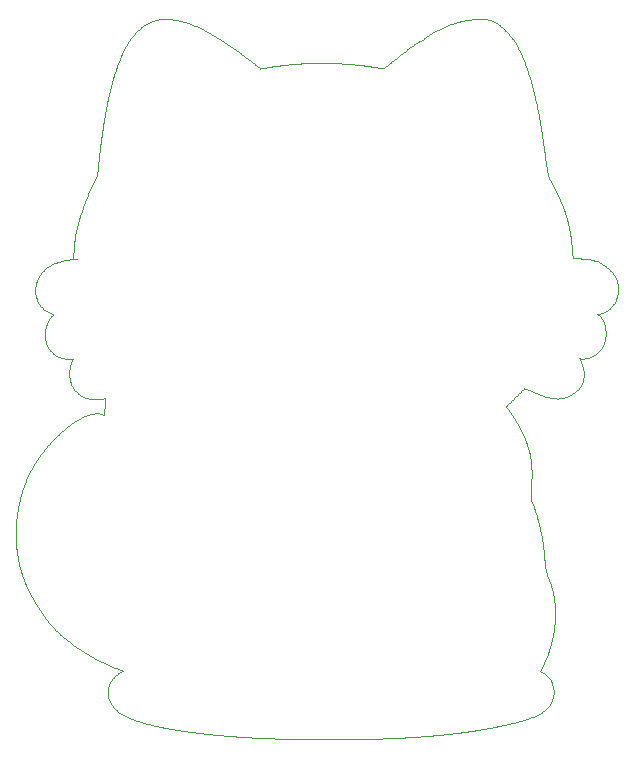
<source format=gm1>
G04 #@! TF.FileFunction,Profile,NP*
%FSLAX46Y46*%
G04 Gerber Fmt 4.6, Leading zero omitted, Abs format (unit mm)*
G04 Created by KiCad (PCBNEW 4.0.7) date 07/11/18 15:32:24*
%MOMM*%
%LPD*%
G01*
G04 APERTURE LIST*
%ADD10C,0.100000*%
G04 APERTURE END LIST*
D10*
X135804907Y-55865422D02*
X135706597Y-55866922D01*
X135706597Y-55866922D02*
X135608137Y-55871722D01*
X135608137Y-55871722D02*
X135509887Y-55879822D01*
X135509887Y-55879822D02*
X135412207Y-55891192D01*
X135412207Y-55891192D02*
X135315417Y-55905722D01*
X135315417Y-55905722D02*
X135218697Y-55923512D01*
X135218697Y-55923512D02*
X135122507Y-55944472D01*
X135122507Y-55944472D02*
X135027277Y-55968462D01*
X135027277Y-55968462D02*
X134933407Y-55995302D01*
X134933407Y-55995302D02*
X134839447Y-56025392D01*
X134839447Y-56025392D02*
X134746057Y-56058532D01*
X134746057Y-56058532D02*
X134655477Y-56093812D01*
X134655477Y-56093812D02*
X134564937Y-56132212D01*
X134564937Y-56132212D02*
X134475267Y-56173402D01*
X134475267Y-56173402D02*
X134387237Y-56216972D01*
X134387237Y-56216972D02*
X134300327Y-56263102D01*
X134300327Y-56263102D02*
X134215427Y-56311242D01*
X134215427Y-56311242D02*
X134131337Y-56362002D01*
X134131337Y-56362002D02*
X134049277Y-56414572D01*
X134049277Y-56414572D02*
X133967937Y-56469762D01*
X133967937Y-56469762D02*
X133887587Y-56527392D01*
X133887587Y-56527392D02*
X133808967Y-56586902D01*
X133808967Y-56586902D02*
X133732077Y-56648222D01*
X133732077Y-56648222D02*
X133656917Y-56711272D01*
X133656917Y-56711272D02*
X133583347Y-56776122D01*
X133583347Y-56776122D02*
X133511107Y-56842982D01*
X133511107Y-56842982D02*
X133440047Y-56911992D01*
X133440047Y-56911992D02*
X133371587Y-56981722D01*
X133371587Y-56981722D02*
X133304917Y-57052882D01*
X133304917Y-57052882D02*
X133238867Y-57126462D01*
X133238867Y-57126462D02*
X133174727Y-57200692D01*
X133174727Y-57200692D02*
X133111747Y-57276372D01*
X133111747Y-57276372D02*
X133050087Y-57353282D01*
X133050087Y-57353282D02*
X132989877Y-57431172D01*
X132989877Y-57431172D02*
X132931237Y-57509802D01*
X132931237Y-57509802D02*
X132873637Y-57589802D01*
X132873637Y-57589802D02*
X132817277Y-57670852D01*
X132817277Y-57670852D02*
X132762317Y-57752622D01*
X132762317Y-57752622D02*
X132708907Y-57834792D01*
X132708907Y-57834792D02*
X132656207Y-57918562D01*
X132656207Y-57918562D02*
X132605397Y-58001942D01*
X132605397Y-58001942D02*
X132555727Y-58086032D01*
X132555727Y-58086032D02*
X132506667Y-58171682D01*
X132506667Y-58171682D02*
X132458587Y-58258202D01*
X132458587Y-58258202D02*
X132411807Y-58344902D01*
X132411807Y-58344902D02*
X132366597Y-58431112D01*
X132366597Y-58431112D02*
X132322107Y-58518342D01*
X132322107Y-58518342D02*
X132278817Y-58605552D01*
X132278817Y-58605552D02*
X132236257Y-58693602D01*
X132236257Y-58693602D02*
X132194257Y-58782782D01*
X132194257Y-58782782D02*
X132152897Y-58872852D01*
X132152897Y-58872852D02*
X132112497Y-58963052D01*
X132112497Y-58963052D02*
X132073007Y-59053362D01*
X132073007Y-59053362D02*
X132034377Y-59143782D01*
X132034377Y-59143782D02*
X131996487Y-59234482D01*
X131996487Y-59234482D02*
X131959167Y-59325802D01*
X131959167Y-59325802D02*
X131922727Y-59416902D01*
X131922727Y-59416902D02*
X131887077Y-59507862D01*
X131887077Y-59507862D02*
X131851767Y-59599742D01*
X131851767Y-59599742D02*
X131816567Y-59693202D01*
X131816567Y-59693202D02*
X131782227Y-59786272D01*
X131782227Y-59786272D02*
X131748177Y-59880432D01*
X131748177Y-59880432D02*
X131714957Y-59974142D01*
X131714957Y-59974142D02*
X131682037Y-60068862D01*
X131682037Y-60068862D02*
X131649927Y-60163072D01*
X131649927Y-60163072D02*
X131618597Y-60256752D01*
X131618597Y-60256752D02*
X131587557Y-60351342D01*
X131587557Y-60351342D02*
X131556827Y-60446802D01*
X131556827Y-60446802D02*
X131526867Y-60541632D01*
X131526867Y-60541632D02*
X131497207Y-60637262D01*
X131497207Y-60637262D02*
X131468297Y-60732202D01*
X131468297Y-60732202D02*
X131439687Y-60827862D01*
X131439687Y-60827862D02*
X131411807Y-60922782D01*
X131411807Y-60922782D02*
X131384227Y-61018342D01*
X131384227Y-61018342D02*
X131356967Y-61114492D01*
X131356967Y-61114492D02*
X131330407Y-61209822D01*
X131330407Y-61209822D02*
X131304157Y-61305672D01*
X131304157Y-61305672D02*
X131278237Y-61401992D01*
X131278237Y-61401992D02*
X131252637Y-61498732D01*
X131252637Y-61498732D02*
X131227377Y-61595842D01*
X131227377Y-61595842D02*
X131202787Y-61691962D01*
X131202787Y-61691962D02*
X131178527Y-61788382D01*
X131178527Y-61788382D02*
X131154607Y-61885052D01*
X131154607Y-61885052D02*
X131131027Y-61981922D01*
X131131027Y-61981922D02*
X131107787Y-62078932D01*
X131107787Y-62078932D02*
X131084897Y-62176042D01*
X131084897Y-62176042D02*
X131062367Y-62273202D01*
X131062367Y-62273202D02*
X131040187Y-62370372D01*
X131040187Y-62370372D02*
X131018367Y-62467492D01*
X131018367Y-62467492D02*
X130996647Y-62565682D01*
X130996647Y-62565682D02*
X130975557Y-62662542D01*
X130975557Y-62662542D02*
X130954587Y-62760352D01*
X130954587Y-62760352D02*
X130933997Y-62857892D01*
X130933997Y-62857892D02*
X130913787Y-62955112D01*
X130913787Y-62955112D02*
X130893737Y-63053062D01*
X130893737Y-63053062D02*
X130873857Y-63151642D01*
X130873857Y-63151642D02*
X130854587Y-63248642D01*
X130854587Y-63248642D02*
X130835507Y-63346152D01*
X130835507Y-63346152D02*
X130816627Y-63444072D01*
X130816627Y-63444072D02*
X130797967Y-63542312D01*
X130797967Y-63542312D02*
X130779537Y-63640772D01*
X130779537Y-63640772D02*
X130761347Y-63739362D01*
X130761347Y-63739362D02*
X130743417Y-63837982D01*
X130743417Y-63837982D02*
X130725757Y-63936542D01*
X130725757Y-63936542D02*
X130708377Y-64034952D01*
X130708377Y-64034952D02*
X130691287Y-64133122D01*
X130691287Y-64133122D02*
X130674497Y-64230962D01*
X130674497Y-64230962D02*
X130657727Y-64330102D01*
X130657727Y-64330102D02*
X130641287Y-64428662D01*
X130641287Y-64428662D02*
X130625187Y-64526562D01*
X130625187Y-64526562D02*
X130609167Y-64625312D01*
X130609167Y-64625312D02*
X130593517Y-64723162D01*
X130593517Y-64723162D02*
X130577997Y-64821552D01*
X130577997Y-64821552D02*
X130562637Y-64920282D01*
X130562637Y-64920282D02*
X130547457Y-65019172D01*
X130547457Y-65019172D02*
X130532497Y-65118032D01*
X130532497Y-65118032D02*
X130517767Y-65216672D01*
X130517767Y-65216672D02*
X130503107Y-65316232D01*
X130503107Y-65316232D02*
X130488737Y-65415132D01*
X130488737Y-65415132D02*
X130474677Y-65513212D01*
X130474677Y-65513212D02*
X130460607Y-65612672D01*
X130460607Y-65612672D02*
X130446907Y-65710822D01*
X130446907Y-65710822D02*
X130433287Y-65809712D01*
X130433287Y-65809712D02*
X130419797Y-65908952D01*
X130419797Y-65908952D02*
X130406497Y-66008162D01*
X130406497Y-66008162D02*
X130393417Y-66106962D01*
X130393417Y-66106962D02*
X130380617Y-66204992D01*
X130380617Y-66204992D02*
X130367897Y-66303682D01*
X130367897Y-66303682D02*
X130355327Y-66402432D01*
X130355327Y-66402432D02*
X130342987Y-66500692D01*
X130342987Y-66500692D02*
X130330747Y-66599412D01*
X130330747Y-66599412D02*
X130318697Y-66697822D01*
X130318697Y-66697822D02*
X130306767Y-66796502D01*
X130306767Y-66796502D02*
X130295077Y-66894492D01*
X130295077Y-66894492D02*
X130283317Y-66994312D01*
X130283317Y-66994312D02*
X130271687Y-67094302D01*
X130271687Y-67094302D02*
X130260367Y-67192902D01*
X130260367Y-67192902D02*
X130249117Y-67292152D01*
X130249117Y-67292152D02*
X130238027Y-67391212D01*
X130238027Y-67391212D02*
X130227097Y-67490092D01*
X130227097Y-67490092D02*
X130216327Y-67588822D01*
X130216327Y-67588822D02*
X130205577Y-67688592D01*
X130205577Y-67688592D02*
X130195117Y-67786862D01*
X130195117Y-67786862D02*
X130184667Y-67886312D01*
X130184667Y-67886312D02*
X130174427Y-67985012D01*
X130174427Y-67985012D02*
X130164267Y-68084122D01*
X130164267Y-68084122D02*
X130154467Y-68180712D01*
X130154467Y-68180712D02*
X130144767Y-68276902D01*
X130144767Y-68276902D02*
X130135067Y-68372442D01*
X130135067Y-68372442D02*
X130125167Y-68469002D01*
X130125167Y-68469002D02*
X130114947Y-68566012D01*
X130114947Y-68566012D02*
X130104227Y-68662422D01*
X130104227Y-68662422D02*
X130092607Y-68758372D01*
X130092607Y-68758372D02*
X130079397Y-68854382D01*
X130079397Y-68854382D02*
X130063747Y-68949922D01*
X130063747Y-68949922D02*
X130044367Y-69045182D01*
X130044367Y-69045182D02*
X130019967Y-69139782D01*
X130019967Y-69139782D02*
X129990437Y-69231512D01*
X129990437Y-69231512D02*
X129955977Y-69321282D01*
X129955977Y-69321282D02*
X129917657Y-69409582D01*
X129917657Y-69409582D02*
X129876507Y-69497362D01*
X129876507Y-69497362D02*
X129833557Y-69584932D01*
X129833557Y-69584932D02*
X129790237Y-69671132D01*
X129790237Y-69671132D02*
X129746357Y-69757432D01*
X129746357Y-69757432D02*
X129702127Y-69844062D01*
X129702127Y-69844062D02*
X129658377Y-69929812D01*
X129658377Y-69929812D02*
X129614527Y-70016902D01*
X129614527Y-70016902D02*
X129571197Y-70105012D01*
X129571197Y-70105012D02*
X129528427Y-70193962D01*
X129528427Y-70193962D02*
X129486267Y-70283572D01*
X129486267Y-70283572D02*
X129445457Y-70372132D01*
X129445457Y-70372132D02*
X129405287Y-70461062D01*
X129405287Y-70461062D02*
X129365787Y-70550192D01*
X129365787Y-70550192D02*
X129326357Y-70640842D01*
X129326357Y-70640842D02*
X129287707Y-70731342D01*
X129287707Y-70731342D02*
X129249867Y-70821542D01*
X129249867Y-70821542D02*
X129212287Y-70912682D01*
X129212287Y-70912682D02*
X129175597Y-71003182D01*
X129175597Y-71003182D02*
X129139277Y-71094242D01*
X129139277Y-71094242D02*
X129103417Y-71185632D01*
X129103417Y-71185632D02*
X129068087Y-71277132D01*
X129068087Y-71277132D02*
X129032887Y-71369752D01*
X129032887Y-71369752D02*
X128998377Y-71461982D01*
X128998377Y-71461982D02*
X128964607Y-71553622D01*
X128964607Y-71553622D02*
X128930827Y-71646682D01*
X128930827Y-71646682D02*
X128897967Y-71738612D01*
X128897967Y-71738612D02*
X128865337Y-71831282D01*
X128865337Y-71831282D02*
X128833067Y-71924292D01*
X128833067Y-71924292D02*
X128801297Y-72017242D01*
X128801297Y-72017242D02*
X128770147Y-72109742D01*
X128770147Y-72109742D02*
X128739157Y-72203162D01*
X128739157Y-72203162D02*
X128708527Y-72296882D01*
X128708527Y-72296882D02*
X128678447Y-72390312D01*
X128678447Y-72390312D02*
X128648627Y-72484372D01*
X128648627Y-72484372D02*
X128619307Y-72578262D01*
X128619307Y-72578262D02*
X128590717Y-72671242D01*
X128590717Y-72671242D02*
X128562327Y-72765012D01*
X128562327Y-72765012D02*
X128534487Y-72858392D01*
X128534487Y-72858392D02*
X128506917Y-72952322D01*
X128506917Y-72952322D02*
X128479547Y-73047122D01*
X128479547Y-73047122D02*
X128452927Y-73140832D01*
X128452927Y-73140832D02*
X128426717Y-73234662D01*
X128426717Y-73234662D02*
X128400917Y-73328612D01*
X128400917Y-73328612D02*
X128375527Y-73422672D01*
X128375527Y-73422672D02*
X128350267Y-73517982D01*
X128350267Y-73517982D02*
X128325397Y-73613542D01*
X128325397Y-73613542D02*
X128301157Y-73708472D01*
X128301157Y-73708472D02*
X128277327Y-73803672D01*
X128277327Y-73803672D02*
X128254057Y-73898542D01*
X128254057Y-73898542D02*
X128233577Y-73987932D01*
X128233577Y-73987932D02*
X128215557Y-74077232D01*
X128215557Y-74077232D02*
X128199587Y-74168622D01*
X128199587Y-74168622D02*
X128186047Y-74258962D01*
X128186047Y-74258962D02*
X128174357Y-74349842D01*
X128174357Y-74349842D02*
X128164177Y-74440622D01*
X128164177Y-74440622D02*
X128154877Y-74532792D01*
X128154877Y-74532792D02*
X128146277Y-74623182D01*
X128146277Y-74623182D02*
X128137677Y-74715742D01*
X128137677Y-74715742D02*
X128128977Y-74806722D01*
X128128977Y-74806722D02*
X128119477Y-74906562D01*
X128119477Y-74906562D02*
X128110377Y-75005812D01*
X128110377Y-75005812D02*
X128101677Y-75104902D01*
X128101677Y-75104902D02*
X128093177Y-75205437D01*
X128093177Y-75205437D02*
X128085077Y-75304777D01*
X128085077Y-75304777D02*
X128077277Y-75404537D01*
X128077277Y-75404537D02*
X128069877Y-75503317D01*
X128069877Y-75503317D02*
X128062677Y-75603639D01*
X128062677Y-75603639D02*
X128055877Y-75702729D01*
X128055877Y-75702729D02*
X128049277Y-75803075D01*
X128049277Y-75803075D02*
X128043077Y-75902525D01*
X128043077Y-75902525D02*
X128037177Y-76002035D01*
X128037177Y-76002035D02*
X128032277Y-76092855D01*
X128032277Y-76092855D02*
X128027377Y-76183675D01*
X128027377Y-76183675D02*
X128112147Y-76174775D01*
X128112147Y-76174775D02*
X128196027Y-76165975D01*
X128196027Y-76165975D02*
X128278937Y-76157275D01*
X128278937Y-76157275D02*
X128363317Y-76148475D01*
X128363317Y-76148475D02*
X128265137Y-76159245D01*
X128265137Y-76159245D02*
X128165767Y-76170585D01*
X128165767Y-76170585D02*
X128066967Y-76182395D01*
X128066967Y-76182395D02*
X127969147Y-76194725D01*
X127969147Y-76194725D02*
X127870617Y-76207875D01*
X127870617Y-76207875D02*
X127772067Y-76221885D01*
X127772067Y-76221885D02*
X127674137Y-76236765D01*
X127674137Y-76236765D02*
X127575707Y-76252815D01*
X127575707Y-76252815D02*
X127477647Y-76270025D01*
X127477647Y-76270025D02*
X127380747Y-76288365D01*
X127380747Y-76288365D02*
X127283007Y-76308355D01*
X127283007Y-76308355D02*
X127185697Y-76329895D01*
X127185697Y-76329895D02*
X127089977Y-76352835D01*
X127089977Y-76352835D02*
X126994797Y-76377515D01*
X126994797Y-76377515D02*
X126899777Y-76404185D01*
X126899777Y-76404185D02*
X126805147Y-76432925D01*
X126805147Y-76432925D02*
X126711677Y-76463605D01*
X126711677Y-76463605D02*
X126618027Y-76496805D01*
X126618027Y-76496805D02*
X126525797Y-76532085D01*
X126525797Y-76532085D02*
X126433817Y-76569985D01*
X126433817Y-76569985D02*
X126344377Y-76609615D01*
X126344377Y-76609615D02*
X126254947Y-76652115D01*
X126254947Y-76652115D02*
X126167227Y-76696775D01*
X126167227Y-76696775D02*
X126080117Y-76744175D01*
X126080117Y-76744175D02*
X125994447Y-76794715D01*
X125994447Y-76794715D02*
X125911237Y-76848565D01*
X125911237Y-76848565D02*
X125829827Y-76906125D01*
X125829827Y-76906125D02*
X125750677Y-76967095D01*
X125750677Y-76967095D02*
X125674207Y-77031125D01*
X125674207Y-77031125D02*
X125600777Y-77097815D01*
X125600777Y-77097815D02*
X125529317Y-77168145D01*
X125529317Y-77168145D02*
X125461677Y-77240225D01*
X125461677Y-77240225D02*
X125396897Y-77314935D01*
X125396897Y-77314935D02*
X125334407Y-77393015D01*
X125334407Y-77393015D02*
X125274887Y-77473725D01*
X125274887Y-77473725D02*
X125218897Y-77556285D01*
X125218897Y-77556285D02*
X125166847Y-77639885D01*
X125166847Y-77639885D02*
X125117817Y-77725945D01*
X125117817Y-77725945D02*
X125071957Y-77814345D01*
X125071957Y-77814345D02*
X125029987Y-77903695D01*
X125029987Y-77903695D02*
X124991297Y-77995355D01*
X124991297Y-77995355D02*
X124956147Y-78088965D01*
X124956147Y-78088965D02*
X124924927Y-78183605D01*
X124924927Y-78183605D02*
X124897677Y-78279165D01*
X124897677Y-78279165D02*
X124874197Y-78376655D01*
X124874197Y-78376655D02*
X124855077Y-78473685D01*
X124855077Y-78473685D02*
X124839997Y-78571875D01*
X124839997Y-78571875D02*
X124829067Y-78671385D01*
X124829067Y-78671385D02*
X124822567Y-78770145D01*
X124822567Y-78770145D02*
X124820367Y-78869175D01*
X124820367Y-78869175D02*
X124822567Y-78966685D01*
X124822567Y-78966685D02*
X124829167Y-79063745D01*
X124829167Y-79063745D02*
X124840197Y-79160665D01*
X124840197Y-79160665D02*
X124855467Y-79256265D01*
X124855467Y-79256265D02*
X124875157Y-79351625D01*
X124875157Y-79351625D02*
X124898957Y-79445225D01*
X124898957Y-79445225D02*
X124927227Y-79538325D01*
X124927227Y-79538325D02*
X124959947Y-79630455D01*
X124959947Y-79630455D02*
X124996847Y-79720645D01*
X124996847Y-79720645D02*
X125037857Y-79808725D01*
X125037857Y-79808725D02*
X125083477Y-79895535D01*
X125083477Y-79895535D02*
X125132587Y-79978915D01*
X125132587Y-79978915D02*
X125185967Y-80060225D01*
X125185967Y-80060225D02*
X125243077Y-80138585D01*
X125243077Y-80138585D02*
X125303907Y-80213975D01*
X125303907Y-80213975D02*
X125369147Y-80287145D01*
X125369147Y-80287145D02*
X125436797Y-80355135D01*
X125436797Y-80355135D02*
X125507847Y-80418425D01*
X125507847Y-80418425D02*
X125582527Y-80477325D01*
X125582527Y-80477325D02*
X125660547Y-80531735D01*
X125660547Y-80531735D02*
X125742407Y-80582195D01*
X125742407Y-80582195D02*
X125826277Y-80627935D01*
X125826277Y-80627935D02*
X125911937Y-80669435D01*
X125911937Y-80669435D02*
X126000247Y-80707645D01*
X126000247Y-80707645D02*
X126090047Y-80742655D01*
X126090047Y-80742655D02*
X126180247Y-80774785D01*
X126180247Y-80774785D02*
X126272167Y-80805245D01*
X126272167Y-80805245D02*
X126363297Y-80834035D01*
X126363297Y-80834035D02*
X126296247Y-80905765D01*
X126296247Y-80905765D02*
X126231947Y-80979775D01*
X126231947Y-80979775D02*
X126170587Y-81055805D01*
X126170587Y-81055805D02*
X126112337Y-81133605D01*
X126112337Y-81133605D02*
X126057327Y-81212895D01*
X126057327Y-81212895D02*
X126004277Y-81295655D01*
X126004277Y-81295655D02*
X125954927Y-81379275D01*
X125954927Y-81379275D02*
X125908187Y-81465635D01*
X125908187Y-81465635D02*
X125865437Y-81552175D01*
X125865437Y-81552175D02*
X125825767Y-81640675D01*
X125825767Y-81640675D02*
X125789447Y-81730675D01*
X125789447Y-81730675D02*
X125756697Y-81821705D01*
X125756697Y-81821705D02*
X125727127Y-81915175D01*
X125727127Y-81915175D02*
X125701567Y-82008585D01*
X125701567Y-82008585D02*
X125679667Y-82103215D01*
X125679667Y-82103215D02*
X125661647Y-82198375D01*
X125661647Y-82198375D02*
X125647407Y-82294965D01*
X125647407Y-82294965D02*
X125637197Y-82392075D01*
X125637197Y-82392075D02*
X125631097Y-82488825D01*
X125631097Y-82488825D02*
X125629097Y-82586975D01*
X125629097Y-82586975D02*
X125631397Y-82685195D01*
X125631397Y-82685195D02*
X125637897Y-82782225D01*
X125637897Y-82782225D02*
X125648607Y-82878925D01*
X125648607Y-82878925D02*
X125663647Y-82975525D01*
X125663647Y-82975525D02*
X125683027Y-83071665D01*
X125683027Y-83071665D02*
X125706577Y-83166445D01*
X125706577Y-83166445D02*
X125734627Y-83261035D01*
X125734627Y-83261035D02*
X125766687Y-83353735D01*
X125766687Y-83353735D02*
X125802357Y-83443805D01*
X125802357Y-83443805D02*
X125842167Y-83532795D01*
X125842167Y-83532795D02*
X125885717Y-83619825D01*
X125885717Y-83619825D02*
X125932957Y-83704965D01*
X125932957Y-83704965D02*
X125984427Y-83789135D01*
X125984427Y-83789135D02*
X126037657Y-83867565D01*
X126037657Y-83867565D02*
X126095147Y-83943165D01*
X126095147Y-83943165D02*
X126157327Y-84016235D01*
X126157327Y-84016235D02*
X126223337Y-84085575D01*
X126223337Y-84085575D02*
X126293197Y-84151235D01*
X126293197Y-84151235D02*
X126365637Y-84212195D01*
X126365637Y-84212195D02*
X126441177Y-84269115D01*
X126441177Y-84269115D02*
X126519757Y-84322075D01*
X126519757Y-84322075D02*
X126602237Y-84371665D01*
X126602237Y-84371665D02*
X126686767Y-84416855D01*
X126686767Y-84416855D02*
X126773297Y-84457845D01*
X126773297Y-84457845D02*
X126861857Y-84494835D01*
X126861857Y-84494835D02*
X126951637Y-84527705D01*
X126951637Y-84527705D02*
X127041687Y-84556405D01*
X127041687Y-84556405D02*
X127133947Y-84581785D01*
X127133947Y-84581785D02*
X127226607Y-84603575D01*
X127226607Y-84603575D02*
X127323437Y-84622395D01*
X127323437Y-84622395D02*
X127421427Y-84637135D01*
X127421427Y-84637135D02*
X127518917Y-84647835D01*
X127518917Y-84647835D02*
X127617307Y-84655035D01*
X127617307Y-84655035D02*
X127715777Y-84659135D01*
X127715777Y-84659135D02*
X127813687Y-84660635D01*
X127813687Y-84660635D02*
X127913047Y-84660140D01*
X127913047Y-84660140D02*
X128011767Y-84658340D01*
X128011767Y-84658340D02*
X127965967Y-84745450D01*
X127965967Y-84745450D02*
X127923977Y-84833420D01*
X127923977Y-84833420D02*
X127885117Y-84923590D01*
X127885117Y-84923590D02*
X127850147Y-85014080D01*
X127850147Y-85014080D02*
X127818487Y-85106180D01*
X127818487Y-85106180D02*
X127790277Y-85199580D01*
X127790277Y-85199580D02*
X127765617Y-85293940D01*
X127765617Y-85293940D02*
X127744577Y-85388920D01*
X127744577Y-85388920D02*
X127726967Y-85485600D01*
X127726967Y-85485600D02*
X127713147Y-85582170D01*
X127713147Y-85582170D02*
X127702977Y-85679610D01*
X127702977Y-85679610D02*
X127696577Y-85777470D01*
X127696577Y-85777470D02*
X127693977Y-85875310D01*
X127693977Y-85875310D02*
X127695277Y-85973850D01*
X127695277Y-85973850D02*
X127700477Y-86072510D01*
X127700477Y-86072510D02*
X127709677Y-86170730D01*
X127709677Y-86170730D02*
X127722867Y-86267970D01*
X127722867Y-86267970D02*
X127739937Y-86363720D01*
X127739937Y-86363720D02*
X127761177Y-86459290D01*
X127761177Y-86459290D02*
X127786537Y-86553920D01*
X127786537Y-86553920D02*
X127815877Y-86646890D01*
X127815877Y-86646890D02*
X127849537Y-86738990D01*
X127849537Y-86738990D02*
X127887297Y-86829310D01*
X127887297Y-86829310D02*
X127929427Y-86918240D01*
X127929427Y-86918240D02*
X127974897Y-87003630D01*
X127974897Y-87003630D02*
X128024417Y-87086900D01*
X128024417Y-87086900D02*
X128078597Y-87168770D01*
X128078597Y-87168770D02*
X128136587Y-87247740D01*
X128136587Y-87247740D02*
X128198547Y-87323960D01*
X128198547Y-87323960D02*
X128264277Y-87397120D01*
X128264277Y-87397120D02*
X128333147Y-87466560D01*
X128333147Y-87466560D02*
X128405017Y-87532270D01*
X128405017Y-87532270D02*
X128479767Y-87594260D01*
X128479767Y-87594260D02*
X128558187Y-87653190D01*
X128558187Y-87653190D02*
X128639427Y-87708410D01*
X128639427Y-87708410D02*
X128721607Y-87758880D01*
X128721607Y-87758880D02*
X128806337Y-87805820D01*
X128806337Y-87805820D02*
X128894567Y-87849730D01*
X128894567Y-87849730D02*
X128980517Y-87887850D01*
X128980517Y-87887850D02*
X129069037Y-87922510D01*
X129069037Y-87922510D02*
X129159267Y-87953420D01*
X129159267Y-87953420D02*
X129250317Y-87980410D01*
X129250317Y-87980410D02*
X129341327Y-88003450D01*
X129341327Y-88003450D02*
X129433787Y-88023060D01*
X129433787Y-88023060D02*
X129526437Y-88039070D01*
X129526437Y-88039070D02*
X129620067Y-88051720D01*
X129620067Y-88051720D02*
X129714887Y-88061020D01*
X129714887Y-88061020D02*
X129808847Y-88066920D01*
X129808847Y-88066920D02*
X129903027Y-88069620D01*
X129903027Y-88069620D02*
X129998607Y-88069157D01*
X129998607Y-88069157D02*
X130093777Y-88065557D01*
X130093777Y-88065557D02*
X130187707Y-88058857D01*
X130187707Y-88058857D02*
X130281957Y-88049157D01*
X130281957Y-88049157D02*
X130376677Y-88036297D01*
X130376677Y-88036297D02*
X130469887Y-88020617D01*
X130469887Y-88020617D02*
X130562557Y-88002007D01*
X130562557Y-88002007D02*
X130649467Y-87974587D01*
X130649467Y-87974587D02*
X130736387Y-87943417D01*
X130736387Y-87943417D02*
X130728587Y-88039347D01*
X130728587Y-88039347D02*
X130721287Y-88135517D01*
X130721287Y-88135517D02*
X130714387Y-88232207D01*
X130714387Y-88232207D02*
X130707987Y-88328227D01*
X130707987Y-88328227D02*
X130702087Y-88424587D01*
X130702087Y-88424587D02*
X130696687Y-88521647D01*
X130696687Y-88521647D02*
X130691887Y-88617427D01*
X130691887Y-88617427D02*
X130687587Y-88714737D01*
X130687587Y-88714737D02*
X130683987Y-88810347D01*
X130683987Y-88810347D02*
X130680887Y-88907157D01*
X130680887Y-88907157D02*
X130678487Y-89003857D01*
X130678487Y-89003857D02*
X130676787Y-89100847D01*
X130676787Y-89100847D02*
X130675787Y-89198407D01*
X130675787Y-89198407D02*
X130675473Y-89294647D01*
X130675473Y-89294647D02*
X130675893Y-89390697D01*
X130675893Y-89390697D02*
X130587863Y-89365237D01*
X130587863Y-89365237D02*
X130501993Y-89334257D01*
X130501993Y-89334257D02*
X130417133Y-89302587D01*
X130417133Y-89302587D02*
X130330043Y-89274407D01*
X130330043Y-89274407D02*
X130242343Y-89255147D01*
X130242343Y-89255147D02*
X130152453Y-89248147D01*
X130152453Y-89248147D02*
X130056613Y-89249847D01*
X130056613Y-89249847D02*
X129961303Y-89254847D01*
X129961303Y-89254847D02*
X129865413Y-89263347D01*
X129865413Y-89263347D02*
X129769883Y-89275227D01*
X129769883Y-89275227D02*
X129675583Y-89290367D01*
X129675583Y-89290367D02*
X129580493Y-89309077D01*
X129580493Y-89309077D02*
X129485973Y-89331117D01*
X129485973Y-89331117D02*
X129393233Y-89356077D01*
X129393233Y-89356077D02*
X129301223Y-89384087D01*
X129301223Y-89384087D02*
X129209593Y-89415147D01*
X129209593Y-89415147D02*
X129120253Y-89448437D01*
X129120253Y-89448437D02*
X129030473Y-89484797D01*
X129030473Y-89484797D02*
X128942053Y-89523367D01*
X128942053Y-89523367D02*
X128854913Y-89563927D01*
X128854913Y-89563927D02*
X128768793Y-89606367D01*
X128768793Y-89606367D02*
X128683283Y-89650647D01*
X128683283Y-89650647D02*
X128599073Y-89696147D01*
X128599073Y-89696147D02*
X128514583Y-89743447D01*
X128514583Y-89743447D02*
X128431753Y-89791167D01*
X128431753Y-89791167D02*
X128345943Y-89842097D01*
X128345943Y-89842097D02*
X128261443Y-89894017D01*
X128261443Y-89894017D02*
X128178673Y-89946557D01*
X128178673Y-89946557D02*
X128095673Y-90000907D01*
X128095673Y-90000907D02*
X128013283Y-90056487D01*
X128013283Y-90056487D02*
X127931273Y-90113397D01*
X127931273Y-90113397D02*
X127850583Y-90170927D01*
X127850583Y-90170927D02*
X127770393Y-90229587D01*
X127770393Y-90229587D02*
X127691913Y-90288407D01*
X127691913Y-90288407D02*
X127613523Y-90348547D01*
X127613523Y-90348547D02*
X127535863Y-90409477D01*
X127535863Y-90409477D02*
X127458913Y-90471147D01*
X127458913Y-90471147D02*
X127382633Y-90533547D01*
X127382633Y-90533547D02*
X127306103Y-90597387D01*
X127306103Y-90597387D02*
X127231253Y-90661007D01*
X127231253Y-90661007D02*
X127156023Y-90726107D01*
X127156023Y-90726107D02*
X127081873Y-90791387D01*
X127081873Y-90791387D02*
X127007913Y-90857577D01*
X127007913Y-90857577D02*
X126936263Y-90922727D01*
X126936263Y-90922727D02*
X126863983Y-90989467D01*
X126863983Y-90989467D02*
X126792533Y-91056457D01*
X126792533Y-91056457D02*
X126721993Y-91123617D01*
X126721993Y-91123617D02*
X126652423Y-91190847D01*
X126652423Y-91190847D02*
X126582723Y-91259217D01*
X126582723Y-91259217D02*
X126513073Y-91328577D01*
X126513073Y-91328577D02*
X126444723Y-91397667D01*
X126444723Y-91397667D02*
X126376663Y-91467487D01*
X126376663Y-91467487D02*
X126309053Y-91537887D01*
X126309053Y-91537887D02*
X126242043Y-91608717D01*
X126242043Y-91608717D02*
X126174833Y-91680827D01*
X126174833Y-91680827D02*
X126108563Y-91753007D01*
X126108563Y-91753007D02*
X126043363Y-91825097D01*
X126043363Y-91825097D02*
X125978513Y-91897877D01*
X125978513Y-91897877D02*
X125914233Y-91971127D01*
X125914233Y-91971127D02*
X125849973Y-92045477D01*
X125849973Y-92045477D02*
X125786743Y-92119777D01*
X125786743Y-92119777D02*
X125724033Y-92194617D01*
X125724033Y-92194617D02*
X125661473Y-92270457D01*
X125661473Y-92270457D02*
X125600003Y-92346167D01*
X125600003Y-92346167D02*
X125538723Y-92422867D01*
X125538723Y-92422867D02*
X125478023Y-92500087D01*
X125478023Y-92500087D02*
X125418283Y-92577347D01*
X125418283Y-92577347D02*
X125358913Y-92655427D01*
X125358913Y-92655427D02*
X125300413Y-92733677D01*
X125300413Y-92733677D02*
X125243223Y-92811487D01*
X125243223Y-92811487D02*
X125186293Y-92890297D01*
X125186293Y-92890297D02*
X125130343Y-92969137D01*
X125130343Y-92969137D02*
X125074793Y-93048827D01*
X125074793Y-93048827D02*
X125019483Y-93129657D01*
X125019483Y-93129657D02*
X124965553Y-93209967D01*
X124965553Y-93209967D02*
X124911443Y-93292107D01*
X124911443Y-93292107D02*
X124858253Y-93374467D01*
X124858253Y-93374467D02*
X124805983Y-93457067D01*
X124805983Y-93457067D02*
X124754523Y-93540087D01*
X124754523Y-93540087D02*
X124703693Y-93623857D01*
X124703693Y-93623857D02*
X124653383Y-93708617D01*
X124653383Y-93708617D02*
X124604583Y-93792707D01*
X124604583Y-93792707D02*
X124556723Y-93877107D01*
X124556723Y-93877107D02*
X124509123Y-93963087D01*
X124509123Y-93963087D02*
X124461853Y-94050597D01*
X124461853Y-94050597D02*
X124415933Y-94137737D01*
X124415933Y-94137737D02*
X124370393Y-94226337D01*
X124370393Y-94226337D02*
X124326193Y-94314497D01*
X124326193Y-94314497D02*
X124282413Y-94404037D01*
X124282413Y-94404037D02*
X124239963Y-94493087D01*
X124239963Y-94493087D02*
X124197973Y-94583427D01*
X124197973Y-94583427D02*
X124157303Y-94673217D01*
X124157303Y-94673217D02*
X124117133Y-94764217D01*
X124117133Y-94764217D02*
X124078253Y-94854597D01*
X124078253Y-94854597D02*
X124039903Y-94946117D01*
X124039903Y-94946117D02*
X124002123Y-95038707D01*
X124002123Y-95038707D02*
X123965633Y-95130587D01*
X123965633Y-95130587D02*
X123929743Y-95223457D01*
X123929743Y-95223457D02*
X123895113Y-95315557D01*
X123895113Y-95315557D02*
X123861093Y-95408557D01*
X123861093Y-95408557D02*
X123827723Y-95502407D01*
X123827723Y-95502407D02*
X123795603Y-95595387D01*
X123795603Y-95595387D02*
X123764143Y-95689137D01*
X123764143Y-95689137D02*
X123733363Y-95783597D01*
X123733363Y-95783597D02*
X123703303Y-95878697D01*
X123703303Y-95878697D02*
X123673973Y-95974387D01*
X123673973Y-95974387D02*
X123645863Y-96069027D01*
X123645863Y-96069027D02*
X123618493Y-96164177D01*
X123618493Y-96164177D02*
X123591873Y-96259777D01*
X123591873Y-96259777D02*
X123566033Y-96355767D01*
X123566033Y-96355767D02*
X123540973Y-96452077D01*
X123540973Y-96452077D02*
X123516723Y-96548667D01*
X123516723Y-96548667D02*
X123493283Y-96645467D01*
X123493283Y-96645467D02*
X123470663Y-96742417D01*
X123470663Y-96742417D02*
X123448873Y-96839467D01*
X123448873Y-96839467D02*
X123427923Y-96936547D01*
X123427923Y-96936547D02*
X123407813Y-97033607D01*
X123407813Y-97033607D02*
X123388553Y-97130597D01*
X123388553Y-97130597D02*
X123370143Y-97227457D01*
X123370143Y-97227457D02*
X123352343Y-97325457D01*
X123352343Y-97325457D02*
X123335423Y-97423167D01*
X123335423Y-97423167D02*
X123319373Y-97520547D01*
X123319373Y-97520547D02*
X123304003Y-97618797D01*
X123304003Y-97618797D02*
X123289333Y-97717807D01*
X123289333Y-97717807D02*
X123275573Y-97816237D01*
X123275573Y-97816237D02*
X123262703Y-97914037D01*
X123262703Y-97914037D02*
X123250573Y-98012337D01*
X123250573Y-98012337D02*
X123239203Y-98111027D01*
X123239203Y-98111027D02*
X123228613Y-98209987D01*
X123228613Y-98209987D02*
X123218813Y-98309107D01*
X123218813Y-98309107D02*
X123209813Y-98408277D01*
X123209813Y-98408277D02*
X123201613Y-98507387D01*
X123201613Y-98507387D02*
X123194213Y-98606337D01*
X123194213Y-98606337D02*
X123187713Y-98705017D01*
X123187713Y-98705017D02*
X123182013Y-98803337D01*
X123182013Y-98803337D02*
X123177013Y-98903117D01*
X123177013Y-98903117D02*
X123172913Y-99002237D01*
X123172913Y-99002237D02*
X123169613Y-99100607D01*
X123169613Y-99100607D02*
X123167113Y-99199917D01*
X123167113Y-99199917D02*
X123165413Y-99299935D01*
X123165413Y-99299935D02*
X123164504Y-99398755D01*
X123164504Y-99398755D02*
X123164405Y-99497935D01*
X123164405Y-99497935D02*
X123165123Y-99597255D01*
X123165123Y-99597255D02*
X123166623Y-99696505D01*
X123166623Y-99696505D02*
X123169023Y-99795475D01*
X123169023Y-99795475D02*
X123172223Y-99895405D01*
X123172223Y-99895405D02*
X123176223Y-99994565D01*
X123176223Y-99994565D02*
X123181023Y-100092785D01*
X123181023Y-100092785D02*
X123186723Y-100192445D01*
X123186723Y-100192445D02*
X123193223Y-100290625D01*
X123193223Y-100290625D02*
X123200623Y-100389535D01*
X123200623Y-100389535D02*
X123208823Y-100488745D01*
X123208823Y-100488745D02*
X123217923Y-100587825D01*
X123217923Y-100587825D02*
X123227823Y-100686385D01*
X123227823Y-100686385D02*
X123238703Y-100785995D01*
X123238703Y-100785995D02*
X123250293Y-100884135D01*
X123250293Y-100884135D02*
X123262753Y-100982245D01*
X123262753Y-100982245D02*
X123276243Y-101081375D01*
X123276243Y-101081375D02*
X123290433Y-101179115D01*
X123290433Y-101179115D02*
X123305683Y-101277855D01*
X123305683Y-101277855D02*
X123321613Y-101375185D01*
X123321613Y-101375185D02*
X123338533Y-101472925D01*
X123338533Y-101472925D02*
X123356223Y-101569875D01*
X123356223Y-101569875D02*
X123374883Y-101667035D01*
X123374883Y-101667035D02*
X123394603Y-101764755D01*
X123394603Y-101764755D02*
X123414973Y-101861025D01*
X123414973Y-101861025D02*
X123436603Y-101958665D01*
X123436603Y-101958665D02*
X123459093Y-102055735D01*
X123459093Y-102055735D02*
X123482453Y-102152275D01*
X123482453Y-102152275D02*
X123506733Y-102248495D01*
X123506733Y-102248495D02*
X123532043Y-102344775D01*
X123532043Y-102344775D02*
X123558473Y-102441375D01*
X123558473Y-102441375D02*
X123585513Y-102536425D01*
X123585513Y-102536425D02*
X123613463Y-102631025D01*
X123613463Y-102631025D02*
X123642533Y-102725775D01*
X123642533Y-102725775D02*
X123672793Y-102820875D01*
X123672793Y-102820875D02*
X123704213Y-102916245D01*
X123704213Y-102916245D02*
X123736273Y-103010405D01*
X123736273Y-103010405D02*
X123769403Y-103104715D01*
X123769403Y-103104715D02*
X123803563Y-103199095D01*
X123803563Y-103199095D02*
X123838203Y-103292135D01*
X123838203Y-103292135D02*
X123873773Y-103385145D01*
X123873773Y-103385145D02*
X123910233Y-103478035D01*
X123910233Y-103478035D02*
X123947543Y-103570745D01*
X123947543Y-103570745D02*
X123985663Y-103663205D01*
X123985663Y-103663205D02*
X124024543Y-103755345D01*
X124024543Y-103755345D02*
X124064143Y-103847095D01*
X124064143Y-103847095D02*
X124104423Y-103938395D01*
X124104423Y-103938395D02*
X124145333Y-104029185D01*
X124145333Y-104029185D02*
X124187363Y-104120545D01*
X124187363Y-104120545D02*
X124229403Y-104210105D01*
X124229403Y-104210105D02*
X124272463Y-104300065D01*
X124272463Y-104300065D02*
X124316503Y-104390315D01*
X124316503Y-104390315D02*
X124360933Y-104479675D01*
X124360933Y-104479675D02*
X124405713Y-104568095D01*
X124405713Y-104568095D02*
X124451323Y-104656535D01*
X124451323Y-104656535D02*
X124497693Y-104744875D01*
X124497693Y-104744875D02*
X124544773Y-104833015D01*
X124544773Y-104833015D02*
X124592503Y-104920835D01*
X124592503Y-104920835D02*
X124640823Y-105008225D01*
X124640823Y-105008225D02*
X124689673Y-105095085D01*
X124689673Y-105095085D02*
X124738983Y-105181325D01*
X124738983Y-105181325D02*
X124788693Y-105266835D01*
X124788693Y-105266835D02*
X124839703Y-105353155D01*
X124839703Y-105353155D02*
X124890953Y-105438475D01*
X124890953Y-105438475D02*
X124943313Y-105524235D01*
X124943313Y-105524235D02*
X124995753Y-105608735D01*
X124995753Y-105608735D02*
X125049113Y-105693335D01*
X125049113Y-105693335D02*
X125103273Y-105777835D01*
X125103273Y-105777835D02*
X125157233Y-105860685D01*
X125157233Y-105860685D02*
X125212653Y-105944405D01*
X125212653Y-105944405D02*
X125268513Y-106027425D01*
X125268513Y-106027425D02*
X125324683Y-106109575D01*
X125324683Y-106109575D02*
X125381843Y-106191825D01*
X125381843Y-106191825D02*
X125439033Y-106272785D01*
X125439033Y-106272785D02*
X125497633Y-106354395D01*
X125497633Y-106354395D02*
X125555933Y-106434245D01*
X125555933Y-106434245D02*
X125615233Y-106514125D01*
X125615233Y-106514125D02*
X125675273Y-106593655D01*
X125675273Y-106593655D02*
X125735793Y-106672475D01*
X125735793Y-106672475D02*
X125797823Y-106751865D01*
X125797823Y-106751865D02*
X125859723Y-106829725D01*
X125859723Y-106829725D02*
X125922433Y-106907205D01*
X125922433Y-106907205D02*
X125985543Y-106983795D01*
X125985543Y-106983795D02*
X126049723Y-107060275D01*
X126049723Y-107060275D02*
X126114433Y-107135965D01*
X126114433Y-107135965D02*
X126180083Y-107211305D01*
X126180083Y-107211305D02*
X126246863Y-107286455D01*
X126246863Y-107286455D02*
X126313933Y-107360445D01*
X126313933Y-107360445D02*
X126382003Y-107434015D01*
X126382003Y-107434015D02*
X126451343Y-107507385D01*
X126451343Y-107507385D02*
X126520493Y-107579005D01*
X126520493Y-107579005D02*
X126590383Y-107649815D01*
X126590383Y-107649815D02*
X126662033Y-107720755D01*
X126662033Y-107720755D02*
X126734163Y-107790505D01*
X126734163Y-107790505D02*
X126806223Y-107858515D01*
X126806223Y-107858515D02*
X126879543Y-107926005D01*
X126879543Y-107926005D02*
X126953503Y-107992325D01*
X126953503Y-107992325D02*
X127029463Y-108058605D01*
X127029463Y-108058605D02*
X127105653Y-108123215D01*
X127105653Y-108123215D02*
X127182223Y-108186835D01*
X127182223Y-108186835D02*
X127258973Y-108249865D01*
X127258973Y-108249865D02*
X127335873Y-108312265D01*
X127335873Y-108312265D02*
X127413993Y-108374915D01*
X127413993Y-108374915D02*
X127492143Y-108436845D01*
X127492143Y-108436845D02*
X127570283Y-108498035D01*
X127570283Y-108498035D02*
X127649453Y-108559295D01*
X127649453Y-108559295D02*
X127728503Y-108619725D01*
X127728503Y-108619725D02*
X127807393Y-108679315D01*
X127807393Y-108679315D02*
X127887113Y-108738805D01*
X127887113Y-108738805D02*
X127967573Y-108798115D01*
X127967573Y-108798115D02*
X128048693Y-108857175D01*
X128048693Y-108857175D02*
X128129403Y-108915215D01*
X128129403Y-108915215D02*
X128209673Y-108972235D01*
X128209673Y-108972235D02*
X128290403Y-109028875D01*
X128290403Y-109028875D02*
X128371513Y-109085075D01*
X128371513Y-109085075D02*
X128452923Y-109140785D01*
X128452923Y-109140785D02*
X128534543Y-109195935D01*
X128534543Y-109195935D02*
X128618033Y-109251635D01*
X128618033Y-109251635D02*
X128701493Y-109306595D01*
X128701493Y-109306595D02*
X128784853Y-109360775D01*
X128784853Y-109360775D02*
X128868023Y-109414135D01*
X128868023Y-109414135D02*
X128952523Y-109467645D01*
X128952523Y-109467645D02*
X129036603Y-109520185D01*
X129036603Y-109520185D02*
X129121723Y-109572665D01*
X129121723Y-109572665D02*
X129206203Y-109624055D01*
X129206203Y-109624055D02*
X129291423Y-109675195D01*
X129291423Y-109675195D02*
X129377203Y-109725965D01*
X129377203Y-109725965D02*
X129463353Y-109776255D01*
X129463353Y-109776255D02*
X129549713Y-109825965D01*
X129549713Y-109825965D02*
X129636103Y-109874995D01*
X129636103Y-109874995D02*
X129723603Y-109923955D01*
X129723603Y-109923955D02*
X129810723Y-109972005D01*
X129810723Y-109972005D02*
X129897303Y-110019065D01*
X129897303Y-110019065D02*
X129985453Y-110066285D01*
X129985453Y-110066285D02*
X130072603Y-110112285D01*
X130072603Y-110112285D02*
X130160713Y-110158105D01*
X130160713Y-110158105D02*
X130249413Y-110203535D01*
X130249413Y-110203535D02*
X130338333Y-110248385D01*
X130338333Y-110248385D02*
X130427123Y-110292475D01*
X130427123Y-110292475D02*
X130517213Y-110336515D01*
X130517213Y-110336515D02*
X130606333Y-110379395D01*
X130606333Y-110379395D02*
X130695783Y-110421755D01*
X130695783Y-110421755D02*
X130786543Y-110464035D01*
X130786543Y-110464035D02*
X130877843Y-110505865D01*
X130877843Y-110505865D02*
X130968933Y-110546895D01*
X130968933Y-110546895D02*
X131059133Y-110586845D01*
X131059133Y-110586845D02*
X131150123Y-110626455D01*
X131150123Y-110626455D02*
X131240783Y-110665245D01*
X131240783Y-110665245D02*
X131332073Y-110703615D01*
X131332073Y-110703615D02*
X131424333Y-110741705D01*
X131424333Y-110741705D02*
X131517313Y-110779385D01*
X131517313Y-110779385D02*
X131610213Y-110816335D01*
X131610213Y-110816335D02*
X131703063Y-110852565D01*
X131703063Y-110852565D02*
X131795883Y-110888095D01*
X131795883Y-110888095D02*
X131888893Y-110923005D01*
X131888893Y-110923005D02*
X131982483Y-110957435D01*
X131982483Y-110957435D02*
X132076913Y-110991475D01*
X132076913Y-110991475D02*
X132170353Y-111024455D01*
X132170353Y-111024455D02*
X132263903Y-111056785D01*
X132263903Y-111056785D02*
X132180313Y-111096495D01*
X132180313Y-111096495D02*
X132095983Y-111132515D01*
X132095983Y-111132515D02*
X132015863Y-111175925D01*
X132015863Y-111175925D02*
X131941193Y-111226765D01*
X131941193Y-111226765D02*
X131867643Y-111279395D01*
X131867643Y-111279395D02*
X131796443Y-111333275D01*
X131796443Y-111333275D02*
X131726633Y-111389385D01*
X131726633Y-111389385D02*
X131657663Y-111448525D01*
X131657663Y-111448525D02*
X131591453Y-111509285D01*
X131591453Y-111509285D02*
X131526453Y-111573285D01*
X131526453Y-111573285D02*
X131464123Y-111639275D01*
X131464123Y-111639275D02*
X131404533Y-111707175D01*
X131404533Y-111707175D02*
X131341363Y-111785445D01*
X131341363Y-111785445D02*
X131282813Y-111865295D01*
X131282813Y-111865295D02*
X131227333Y-111949065D01*
X131227333Y-111949065D02*
X131176543Y-112034655D01*
X131176543Y-112034655D02*
X131130063Y-112122955D01*
X131130063Y-112122955D02*
X131088033Y-112214235D01*
X131088033Y-112214235D02*
X131051423Y-112306725D01*
X131051423Y-112306725D02*
X131019963Y-112401365D01*
X131019963Y-112401365D02*
X130994133Y-112496995D01*
X130994133Y-112496995D02*
X130973723Y-112594825D01*
X130973723Y-112594825D02*
X130959123Y-112693605D01*
X130959123Y-112693605D02*
X130950423Y-112793005D01*
X130950423Y-112793005D02*
X130947523Y-112892715D01*
X130947523Y-112892715D02*
X130950023Y-112990285D01*
X130950023Y-112990285D02*
X130957723Y-113087305D01*
X130957723Y-113087305D02*
X130970473Y-113182975D01*
X130970473Y-113182975D02*
X130988443Y-113278295D01*
X130988443Y-113278295D02*
X131011453Y-113372195D01*
X131011453Y-113372195D02*
X131039613Y-113465195D01*
X131039613Y-113465195D02*
X131073013Y-113557375D01*
X131073013Y-113557375D02*
X131111053Y-113647295D01*
X131111053Y-113647295D02*
X131153463Y-113734785D01*
X131153463Y-113734785D02*
X131200853Y-113821255D01*
X131200853Y-113821255D02*
X131251903Y-113904555D01*
X131251903Y-113904555D02*
X131307023Y-113985735D01*
X131307023Y-113985735D02*
X131365023Y-114063425D01*
X131365023Y-114063425D02*
X131426653Y-114138955D01*
X131426653Y-114138955D02*
X131491003Y-114211465D01*
X131491003Y-114211465D02*
X131558873Y-114282015D01*
X131558873Y-114282015D02*
X131630003Y-114350345D01*
X131630003Y-114350345D02*
X131702373Y-114414715D01*
X131702373Y-114414715D02*
X131777573Y-114476705D01*
X131777573Y-114476705D02*
X131851243Y-114533445D01*
X131851243Y-114533445D02*
X131926413Y-114588025D01*
X131926413Y-114588025D02*
X132003073Y-114640505D01*
X132003073Y-114640505D02*
X132080963Y-114690825D01*
X132080963Y-114690825D02*
X132160383Y-114739285D01*
X132160383Y-114739285D02*
X132241133Y-114785865D01*
X132241133Y-114785865D02*
X132322523Y-114830335D01*
X132322523Y-114830335D02*
X132405693Y-114873455D01*
X132405693Y-114873455D02*
X132489183Y-114914635D01*
X132489183Y-114914635D02*
X132573993Y-114954545D01*
X132573993Y-114954545D02*
X132657943Y-114992375D01*
X132657943Y-114992375D02*
X132743313Y-115029355D01*
X132743313Y-115029355D02*
X132828433Y-115064945D01*
X132828433Y-115064945D02*
X132914283Y-115099745D01*
X132914283Y-115099745D02*
X133006143Y-115135835D01*
X133006143Y-115135835D02*
X133098563Y-115170945D01*
X133098563Y-115170945D02*
X133191353Y-115205055D01*
X133191353Y-115205055D02*
X133284303Y-115238145D01*
X133284303Y-115238145D02*
X133378343Y-115270595D01*
X133378343Y-115270595D02*
X133473173Y-115302325D01*
X133473173Y-115302325D02*
X133567463Y-115332945D01*
X133567463Y-115332945D02*
X133663063Y-115363105D01*
X133663063Y-115363105D02*
X133757613Y-115392095D01*
X133757613Y-115392095D02*
X133852843Y-115420495D01*
X133852843Y-115420495D02*
X133948383Y-115448235D01*
X133948383Y-115448235D02*
X134043863Y-115475235D01*
X134043863Y-115475235D02*
X134138923Y-115501435D01*
X134138923Y-115501435D02*
X134234843Y-115527215D01*
X134234843Y-115527215D02*
X134331053Y-115552455D01*
X134331053Y-115552455D02*
X134427003Y-115577035D01*
X134427003Y-115577035D02*
X134523563Y-115601205D01*
X134523563Y-115601205D02*
X134619983Y-115624795D01*
X134619983Y-115624795D02*
X134716793Y-115647955D01*
X134716793Y-115647955D02*
X134814223Y-115670765D01*
X134814223Y-115670765D02*
X134911133Y-115692985D01*
X134911133Y-115692985D02*
X135008453Y-115714845D01*
X135008453Y-115714845D02*
X135104673Y-115736025D01*
X135104673Y-115736025D02*
X135201713Y-115756975D01*
X135201713Y-115756975D02*
X135298753Y-115777535D01*
X135298753Y-115777535D02*
X135395793Y-115797715D01*
X135395793Y-115797715D02*
X135493953Y-115817765D01*
X135493953Y-115817765D02*
X135590973Y-115837235D01*
X135590973Y-115837235D02*
X135688543Y-115856485D01*
X135688543Y-115856485D02*
X135785773Y-115875345D01*
X135785773Y-115875345D02*
X135882773Y-115893855D01*
X135882773Y-115893855D02*
X135980663Y-115912245D01*
X135980663Y-115912245D02*
X136078373Y-115930305D01*
X136078373Y-115930305D02*
X136175633Y-115947995D01*
X136175633Y-115947995D02*
X136272423Y-115965315D01*
X136272423Y-115965315D02*
X136370503Y-115982585D01*
X136370503Y-115982585D02*
X136468053Y-115999485D01*
X136468053Y-115999485D02*
X136565043Y-116016025D01*
X136565043Y-116016025D02*
X136663223Y-116032505D01*
X136663223Y-116032505D02*
X136760793Y-116048625D01*
X136760793Y-116048625D02*
X136857733Y-116064395D01*
X136857733Y-116064395D02*
X136955753Y-116080095D01*
X136955753Y-116080095D02*
X137053093Y-116095445D01*
X137053093Y-116095445D02*
X137151433Y-116110715D01*
X137151433Y-116110715D02*
X137249033Y-116125635D01*
X137249033Y-116125635D02*
X137347563Y-116140475D01*
X137347563Y-116140475D02*
X137445303Y-116154965D01*
X137445303Y-116154965D02*
X137543893Y-116169365D01*
X137543893Y-116169365D02*
X137641643Y-116183425D01*
X137641643Y-116183425D02*
X137740163Y-116197385D01*
X137740163Y-116197385D02*
X137837793Y-116211005D01*
X137837793Y-116211005D02*
X137936113Y-116224525D01*
X137936113Y-116224525D02*
X138033503Y-116237715D01*
X138033503Y-116237715D02*
X138131513Y-116250795D01*
X138131513Y-116250795D02*
X138230083Y-116263745D01*
X138230083Y-116263745D02*
X138327643Y-116276375D01*
X138327643Y-116276375D02*
X138425693Y-116288875D01*
X138425693Y-116288875D02*
X138524183Y-116301245D01*
X138524183Y-116301245D02*
X138621573Y-116313295D01*
X138621573Y-116313295D02*
X138720793Y-116325395D01*
X138720793Y-116325395D02*
X138818853Y-116337165D01*
X138818853Y-116337165D02*
X138917173Y-116348795D01*
X138917173Y-116348795D02*
X139015713Y-116360275D01*
X139015713Y-116360275D02*
X139114403Y-116371595D01*
X139114403Y-116371595D02*
X139213203Y-116382755D01*
X139213203Y-116382755D02*
X139310703Y-116393605D01*
X139310703Y-116393605D02*
X139409593Y-116404445D01*
X139409593Y-116404445D02*
X139507113Y-116414965D01*
X139507113Y-116414965D02*
X139605883Y-116425455D01*
X139605883Y-116425455D02*
X139704503Y-116435775D01*
X139704503Y-116435775D02*
X139802933Y-116445915D01*
X139802933Y-116445915D02*
X139902373Y-116455995D01*
X139902373Y-116455995D02*
X140000263Y-116465795D01*
X140000263Y-116465795D02*
X140099023Y-116475495D01*
X140099023Y-116475495D02*
X140197363Y-116484995D01*
X140197363Y-116484995D02*
X140295243Y-116494295D01*
X140295243Y-116494295D02*
X140393763Y-116503495D01*
X140393763Y-116503495D02*
X140492823Y-116512595D01*
X140492823Y-116512595D02*
X140592323Y-116521595D01*
X140592323Y-116521595D02*
X140689983Y-116530295D01*
X140689983Y-116530295D02*
X140787953Y-116538895D01*
X140787953Y-116538895D02*
X140886143Y-116547395D01*
X140886143Y-116547395D02*
X140984453Y-116555695D01*
X140984453Y-116555695D02*
X141082783Y-116563895D01*
X141082783Y-116563895D02*
X141181043Y-116571895D01*
X141181043Y-116571895D02*
X141279133Y-116579795D01*
X141279133Y-116579795D02*
X141376963Y-116587495D01*
X141376963Y-116587495D02*
X141476293Y-116595195D01*
X141476293Y-116595195D02*
X141575093Y-116602695D01*
X141575093Y-116602695D02*
X141673283Y-116610095D01*
X141673283Y-116610095D02*
X141772493Y-116617395D01*
X141772493Y-116617395D02*
X141870843Y-116624495D01*
X141870843Y-116624495D02*
X141969883Y-116631495D01*
X141969883Y-116631495D02*
X142067833Y-116638295D01*
X142067833Y-116638295D02*
X142166153Y-116644995D01*
X142166153Y-116644995D02*
X142264643Y-116651595D01*
X142264643Y-116651595D02*
X142363113Y-116658095D01*
X142363113Y-116658095D02*
X142461373Y-116664395D01*
X142461373Y-116664395D02*
X142560603Y-116670595D01*
X142560603Y-116670595D02*
X142660493Y-116676795D01*
X142660493Y-116676795D02*
X142759453Y-116682795D01*
X142759453Y-116682795D02*
X142858563Y-116688695D01*
X142858563Y-116688695D02*
X142957523Y-116694395D01*
X142957523Y-116694395D02*
X143057183Y-116699995D01*
X143057183Y-116699995D02*
X143156043Y-116705495D01*
X143156043Y-116705495D02*
X143255943Y-116710895D01*
X143255943Y-116710895D02*
X143355353Y-116716095D01*
X143355353Y-116716095D02*
X143453923Y-116721195D01*
X143453923Y-116721195D02*
X143553103Y-116726195D01*
X143553103Y-116726195D02*
X143652293Y-116731095D01*
X143652293Y-116731095D02*
X143750923Y-116735795D01*
X143750923Y-116735795D02*
X143849973Y-116740395D01*
X143849973Y-116740395D02*
X143948643Y-116744895D01*
X143948643Y-116744895D02*
X144047543Y-116749295D01*
X144047543Y-116749295D02*
X144146933Y-116753595D01*
X144146933Y-116753595D02*
X144245623Y-116757695D01*
X144245623Y-116757695D02*
X144344633Y-116761695D01*
X144344633Y-116761695D02*
X144444313Y-116765595D01*
X144444313Y-116765595D02*
X144542673Y-116769295D01*
X144542673Y-116769295D02*
X144640993Y-116772895D01*
X144640993Y-116772895D02*
X144740653Y-116776495D01*
X144740653Y-116776495D02*
X144839913Y-116779895D01*
X144839913Y-116779895D02*
X144938043Y-116783195D01*
X144938043Y-116783195D02*
X145036823Y-116786395D01*
X145036823Y-116786395D02*
X145136543Y-116789495D01*
X145136543Y-116789495D02*
X145235273Y-116792395D01*
X145235273Y-116792395D02*
X145334163Y-116795195D01*
X145334163Y-116795195D02*
X145434444Y-116797995D01*
X145434444Y-116797995D02*
X145534004Y-116800695D01*
X145534004Y-116800695D02*
X145632854Y-116803295D01*
X145632854Y-116803295D02*
X145733033Y-116805895D01*
X145733033Y-116805895D02*
X145832483Y-116808395D01*
X145832483Y-116808395D02*
X145931203Y-116810895D01*
X145931203Y-116810895D02*
X146031193Y-116813295D01*
X146031193Y-116813295D02*
X146130433Y-116815695D01*
X146130433Y-116815695D02*
X146228933Y-116817995D01*
X146228933Y-116817995D02*
X146328653Y-116820195D01*
X146328653Y-116820195D02*
X146427613Y-116822395D01*
X146427613Y-116822395D02*
X146527738Y-116824495D01*
X146527738Y-116824495D02*
X146627088Y-116826595D01*
X146627088Y-116826595D02*
X146725658Y-116828595D01*
X146725658Y-116828595D02*
X146825338Y-116830595D01*
X146825338Y-116830595D02*
X146924228Y-116832495D01*
X146924228Y-116832495D02*
X147024188Y-116834295D01*
X147024188Y-116834295D02*
X147123338Y-116836095D01*
X147123338Y-116836095D02*
X147223508Y-116837795D01*
X147223508Y-116837795D02*
X147322848Y-116839495D01*
X147322848Y-116839495D02*
X147423165Y-116841095D01*
X147423165Y-116841095D02*
X147522645Y-116842595D01*
X147522645Y-116842595D02*
X147621285Y-116844095D01*
X147621285Y-116844095D02*
X147720845Y-116845495D01*
X147720845Y-116845495D02*
X147819555Y-116846795D01*
X147819555Y-116846795D02*
X147919145Y-116848095D01*
X147919145Y-116848095D02*
X148017865Y-116849295D01*
X148017865Y-116849295D02*
X148117415Y-116850495D01*
X148117415Y-116850495D02*
X148217759Y-116851595D01*
X148217759Y-116851595D02*
X148317199Y-116852595D01*
X148317199Y-116852595D02*
X148415749Y-116853560D01*
X148415749Y-116853560D02*
X148515039Y-116854468D01*
X148515039Y-116854468D02*
X148615040Y-116855319D01*
X148615040Y-116855319D02*
X148714110Y-116856098D01*
X148714110Y-116856098D02*
X148813850Y-116856817D01*
X148813850Y-116856817D02*
X148914216Y-116857476D01*
X148914216Y-116857476D02*
X149013626Y-116858062D01*
X149013626Y-116858062D02*
X149112086Y-116858579D01*
X149112086Y-116858579D02*
X149211126Y-116859033D01*
X149211126Y-116859033D02*
X149310716Y-116859424D01*
X149310716Y-116859424D02*
X149409326Y-116859745D01*
X149409326Y-116859745D02*
X149508436Y-116860001D01*
X149508436Y-116860001D02*
X149608026Y-116860192D01*
X149608026Y-116860192D02*
X149706606Y-116860314D01*
X149706606Y-116860314D02*
X149805616Y-116860369D01*
X149805616Y-116860369D02*
X149905036Y-116860356D01*
X149905036Y-116860356D02*
X150004816Y-116860274D01*
X150004816Y-116860274D02*
X150104934Y-116860122D01*
X150104934Y-116860122D02*
X150203984Y-116859902D01*
X150203984Y-116859902D02*
X150303324Y-116859612D01*
X150303324Y-116859612D02*
X150402934Y-116859250D01*
X150402934Y-116859250D02*
X150501454Y-116858823D01*
X150501454Y-116858823D02*
X150601519Y-116858317D01*
X150601519Y-116858317D02*
X150700459Y-116857746D01*
X150700459Y-116857746D02*
X150800853Y-116857093D01*
X150800853Y-116857093D02*
X150900083Y-116856376D01*
X150900083Y-116856376D02*
X150999423Y-116855585D01*
X150999423Y-116855585D02*
X151098843Y-116854719D01*
X151098843Y-116854719D02*
X151198313Y-116853780D01*
X151198313Y-116853780D02*
X151297803Y-116852780D01*
X151297803Y-116852780D02*
X151397283Y-116851680D01*
X151397283Y-116851680D02*
X151496733Y-116850480D01*
X151496733Y-116850480D02*
X151596113Y-116849280D01*
X151596113Y-116849280D02*
X151695403Y-116847980D01*
X151695403Y-116847980D02*
X151795710Y-116846580D01*
X151795710Y-116846580D02*
X151894720Y-116845080D01*
X151894720Y-116845080D02*
X151994660Y-116843480D01*
X151994660Y-116843480D02*
X152093280Y-116841880D01*
X152093280Y-116841880D02*
X152192760Y-116840180D01*
X152192760Y-116840180D02*
X152293021Y-116838380D01*
X152293021Y-116838380D02*
X152391901Y-116836480D01*
X152391901Y-116836480D02*
X152491491Y-116834580D01*
X152491491Y-116834580D02*
X152591722Y-116832580D01*
X152591722Y-116832580D02*
X152690512Y-116830480D01*
X152690512Y-116830480D02*
X152789872Y-116828280D01*
X152789872Y-116828280D02*
X152889742Y-116825980D01*
X152889742Y-116825980D02*
X152990048Y-116823580D01*
X152990048Y-116823580D02*
X153088828Y-116821180D01*
X153088828Y-116821180D02*
X153187988Y-116818680D01*
X153187988Y-116818680D02*
X153287458Y-116816080D01*
X153287458Y-116816080D02*
X153387178Y-116813380D01*
X153387178Y-116813380D02*
X153487078Y-116810580D01*
X153487078Y-116810580D02*
X153587113Y-116807680D01*
X153587113Y-116807680D02*
X153687219Y-116804680D01*
X153687219Y-116804680D02*
X153785649Y-116801680D01*
X153785649Y-116801680D02*
X153885757Y-116798480D01*
X153885757Y-116798480D02*
X153984127Y-116795280D01*
X153984127Y-116795280D02*
X154084017Y-116791980D01*
X154084017Y-116791980D02*
X154183707Y-116788580D01*
X154183707Y-116788580D02*
X154283137Y-116785080D01*
X154283137Y-116785080D02*
X154382267Y-116781480D01*
X154382267Y-116781480D02*
X154481037Y-116777780D01*
X154481037Y-116777780D02*
X154580877Y-116773980D01*
X154580877Y-116773980D02*
X154680207Y-116770080D01*
X154680207Y-116770080D02*
X154778987Y-116766080D01*
X154778987Y-116766080D02*
X154878557Y-116761980D01*
X154878557Y-116761980D02*
X154978795Y-116757780D01*
X154978795Y-116757780D02*
X155078245Y-116753480D01*
X155078245Y-116753480D02*
X155176875Y-116749080D01*
X155176875Y-116749080D02*
X155275915Y-116744580D01*
X155275915Y-116744580D02*
X155375255Y-116739980D01*
X155375255Y-116739980D02*
X155474775Y-116735280D01*
X155474775Y-116735280D02*
X155574355Y-116730480D01*
X155574355Y-116730480D02*
X155673895Y-116725580D01*
X155673895Y-116725580D02*
X155773285Y-116720580D01*
X155773285Y-116720580D02*
X155872425Y-116715480D01*
X155872425Y-116715480D02*
X155971205Y-116710280D01*
X155971205Y-116710280D02*
X156069545Y-116704980D01*
X156069545Y-116704980D02*
X156169375Y-116699480D01*
X156169375Y-116699480D02*
X156268455Y-116693880D01*
X156268455Y-116693880D02*
X156368636Y-116688180D01*
X156368636Y-116688180D02*
X156467796Y-116682380D01*
X156467796Y-116682380D02*
X156567686Y-116676380D01*
X156567686Y-116676380D02*
X156666296Y-116670380D01*
X156666296Y-116670380D02*
X156765276Y-116664280D01*
X156765276Y-116664280D02*
X156864406Y-116657980D01*
X156864406Y-116657980D02*
X156963476Y-116651580D01*
X156963476Y-116651580D02*
X157062266Y-116645080D01*
X157062266Y-116645080D02*
X157160586Y-116638480D01*
X157160586Y-116638480D02*
X157259686Y-116631680D01*
X157259686Y-116631680D02*
X157359216Y-116624780D01*
X157359216Y-116624780D02*
X157457526Y-116617780D01*
X157457526Y-116617780D02*
X157557016Y-116610580D01*
X157557016Y-116610580D02*
X157655986Y-116603280D01*
X157655986Y-116603280D02*
X157754166Y-116595980D01*
X157754166Y-116595980D02*
X157852396Y-116588480D01*
X157852396Y-116588480D02*
X157952397Y-116580680D01*
X157952397Y-116580680D02*
X158051447Y-116572880D01*
X158051447Y-116572880D02*
X158151097Y-116564880D01*
X158151097Y-116564880D02*
X158250707Y-116556680D01*
X158250707Y-116556680D02*
X158349667Y-116548380D01*
X158349667Y-116548380D02*
X158449017Y-116539980D01*
X158449017Y-116539980D02*
X158547927Y-116531480D01*
X158547927Y-116531480D02*
X158647017Y-116522780D01*
X158647017Y-116522780D02*
X158745267Y-116513980D01*
X158745267Y-116513980D02*
X158844137Y-116504980D01*
X158844137Y-116504980D02*
X158942197Y-116495880D01*
X158942197Y-116495880D02*
X159041097Y-116486580D01*
X159041097Y-116486580D02*
X159140557Y-116476980D01*
X159140557Y-116476980D02*
X159239717Y-116467280D01*
X159239717Y-116467280D02*
X159338597Y-116457480D01*
X159338597Y-116457480D02*
X159437227Y-116447480D01*
X159437227Y-116447480D02*
X159536827Y-116437220D01*
X159536827Y-116437220D02*
X159636377Y-116426790D01*
X159636377Y-116426790D02*
X159735017Y-116416270D01*
X159735017Y-116416270D02*
X159833697Y-116405560D01*
X159833697Y-116405560D02*
X159931837Y-116394720D01*
X159931837Y-116394720D02*
X160030887Y-116383590D01*
X160030887Y-116383590D02*
X160130447Y-116372190D01*
X160130447Y-116372190D02*
X160229177Y-116360670D01*
X160229177Y-116360670D02*
X160328217Y-116348910D01*
X160328217Y-116348910D02*
X160426297Y-116337050D01*
X160426297Y-116337050D02*
X160524507Y-116324970D01*
X160524507Y-116324970D02*
X160622737Y-116312680D01*
X160622737Y-116312680D02*
X160720877Y-116300200D01*
X160720877Y-116300200D02*
X160818817Y-116287540D01*
X160818817Y-116287540D02*
X160918527Y-116274440D01*
X160918527Y-116274440D02*
X161017717Y-116261200D01*
X161017717Y-116261200D02*
X161116297Y-116247840D01*
X161116297Y-116247840D02*
X161214167Y-116234370D01*
X161214167Y-116234370D02*
X161313097Y-116220540D01*
X161313097Y-116220540D02*
X161411037Y-116206640D01*
X161411037Y-116206640D02*
X161509657Y-116192440D01*
X161509657Y-116192440D02*
X161608717Y-116177960D01*
X161608717Y-116177960D02*
X161707987Y-116163240D01*
X161707987Y-116163240D02*
X161807247Y-116148300D01*
X161807247Y-116148300D02*
X161906277Y-116133180D01*
X161906277Y-116133180D02*
X162004867Y-116117910D01*
X162004867Y-116117910D02*
X162102817Y-116102530D01*
X162102817Y-116102530D02*
X162201327Y-116086850D01*
X162201327Y-116086850D02*
X162300047Y-116070910D01*
X162300047Y-116070910D02*
X162397377Y-116054980D01*
X162397377Y-116054980D02*
X162495607Y-116038680D01*
X162495607Y-116038680D02*
X162594287Y-116022080D01*
X162594287Y-116022080D02*
X162692967Y-116005250D01*
X162692967Y-116005250D02*
X162791227Y-115988270D01*
X162791227Y-115988270D02*
X162888667Y-115971200D01*
X162888667Y-115971200D02*
X162986837Y-115953770D01*
X162986837Y-115953770D02*
X163085067Y-115936090D01*
X163085067Y-115936090D02*
X163182747Y-115918270D01*
X163182747Y-115918270D02*
X163280887Y-115900120D01*
X163280887Y-115900120D02*
X163378647Y-115881800D01*
X163378647Y-115881800D02*
X163476627Y-115863190D01*
X163476627Y-115863190D02*
X163575087Y-115844230D01*
X163575087Y-115844230D02*
X163672777Y-115825160D01*
X163672777Y-115825160D02*
X163770727Y-115805780D01*
X163770727Y-115805780D02*
X163867307Y-115786400D01*
X163867307Y-115786400D02*
X163964607Y-115766610D01*
X163964607Y-115766610D02*
X164061747Y-115746570D01*
X164061747Y-115746570D02*
X164160097Y-115726000D01*
X164160097Y-115726000D02*
X164257867Y-115705250D01*
X164257867Y-115705250D02*
X164354317Y-115684490D01*
X164354317Y-115684490D02*
X164451227Y-115663330D01*
X164451227Y-115663330D02*
X164547727Y-115641950D01*
X164547727Y-115641950D02*
X164645557Y-115619950D01*
X164645557Y-115619950D02*
X164742387Y-115597840D01*
X164742387Y-115597840D02*
X164838917Y-115575460D01*
X164838917Y-115575460D02*
X164935607Y-115552700D01*
X164935607Y-115552700D02*
X165031797Y-115529700D01*
X165031797Y-115529700D02*
X165128537Y-115506190D01*
X165128537Y-115506190D02*
X165224927Y-115482370D01*
X165224927Y-115482370D02*
X165321577Y-115458070D01*
X165321577Y-115458070D02*
X165417407Y-115433540D01*
X165417407Y-115433540D02*
X165513867Y-115408390D01*
X165513867Y-115408390D02*
X165609457Y-115382980D01*
X165609457Y-115382980D02*
X165705817Y-115356860D01*
X165705817Y-115356860D02*
X165802607Y-115330070D01*
X165802607Y-115330070D02*
X165897347Y-115303280D01*
X165897347Y-115303280D02*
X165993377Y-115275510D01*
X165993377Y-115275510D02*
X166088887Y-115247250D01*
X166088887Y-115247250D02*
X166185017Y-115218110D01*
X166185017Y-115218110D02*
X166279217Y-115188830D01*
X166279217Y-115188830D02*
X166374127Y-115158550D01*
X166374127Y-115158550D02*
X166469387Y-115127320D01*
X166469387Y-115127320D02*
X166562697Y-115095850D01*
X166562697Y-115095850D02*
X166651287Y-115065580D01*
X166651287Y-115065580D02*
X166740697Y-115034880D01*
X166740697Y-115034880D02*
X166830007Y-115003690D01*
X166830007Y-115003690D02*
X166919497Y-114971510D01*
X166919497Y-114971510D02*
X167008117Y-114938350D01*
X167008117Y-114938350D02*
X167096847Y-114903460D01*
X167096847Y-114903460D02*
X167184297Y-114867020D01*
X167184297Y-114867020D02*
X167270827Y-114828570D01*
X167270827Y-114828570D02*
X167356257Y-114787910D01*
X167356257Y-114787910D02*
X167439957Y-114745100D01*
X167439957Y-114745100D02*
X167523067Y-114699350D01*
X167523067Y-114699350D02*
X167604247Y-114651210D01*
X167604247Y-114651210D02*
X167684477Y-114599980D01*
X167684477Y-114599980D02*
X167761817Y-114546880D01*
X167761817Y-114546880D02*
X167838357Y-114490490D01*
X167838357Y-114490490D02*
X167912587Y-114431920D01*
X167912587Y-114431920D02*
X167984587Y-114371240D01*
X167984587Y-114371240D02*
X168057917Y-114304520D01*
X168057917Y-114304520D02*
X168128627Y-114234220D01*
X168128627Y-114234220D02*
X168195787Y-114161220D01*
X168195787Y-114161220D02*
X168259347Y-114085610D01*
X168259347Y-114085610D02*
X168319677Y-114006830D01*
X168319677Y-114006830D02*
X168376707Y-113924740D01*
X168376707Y-113924740D02*
X168429997Y-113839680D01*
X168429997Y-113839680D02*
X168478207Y-113753820D01*
X168478207Y-113753820D02*
X168522757Y-113664530D01*
X168522757Y-113664530D02*
X168562657Y-113573440D01*
X168562657Y-113573440D02*
X168598187Y-113479610D01*
X168598187Y-113479610D02*
X168628377Y-113385580D01*
X168628377Y-113385580D02*
X168653697Y-113290120D01*
X168653697Y-113290120D02*
X168674107Y-113193240D01*
X168674107Y-113193240D02*
X168689677Y-113093900D01*
X168689677Y-113093900D02*
X168699817Y-112996370D01*
X168699817Y-112996370D02*
X168704817Y-112900110D01*
X168704817Y-112900110D02*
X168704950Y-112803290D01*
X168704950Y-112803290D02*
X168700150Y-112706110D01*
X168700150Y-112706110D02*
X168690350Y-112609100D01*
X168690350Y-112609100D02*
X168675750Y-112513050D01*
X168675750Y-112513050D02*
X168656270Y-112417230D01*
X168656270Y-112417230D02*
X168632170Y-112322680D01*
X168632170Y-112322680D02*
X168603610Y-112229560D01*
X168603610Y-112229560D02*
X168570760Y-112138040D01*
X168570760Y-112138040D02*
X168533310Y-112047210D01*
X168533310Y-112047210D02*
X168492450Y-111959660D01*
X168492450Y-111959660D02*
X168447240Y-111873120D01*
X168447240Y-111873120D02*
X168397910Y-111788200D01*
X168397910Y-111788200D02*
X168345910Y-111707180D01*
X168345910Y-111707180D02*
X168291770Y-111632380D01*
X168291770Y-111632380D02*
X168233350Y-111562110D01*
X168233350Y-111562110D02*
X168170950Y-111496220D01*
X168170950Y-111496220D02*
X168104260Y-111433840D01*
X168104260Y-111433840D02*
X168033890Y-111374880D01*
X168033890Y-111374880D02*
X167961430Y-111319700D01*
X167961430Y-111319700D02*
X167886370Y-111266850D01*
X167886370Y-111266850D02*
X167809850Y-111216050D01*
X167809850Y-111216050D02*
X167732100Y-111166280D01*
X167732100Y-111166280D02*
X167655080Y-111117600D01*
X167655080Y-111117600D02*
X167578340Y-111068520D01*
X167578340Y-111068520D02*
X167625040Y-110980640D01*
X167625040Y-110980640D02*
X167671350Y-110891450D01*
X167671350Y-110891450D02*
X167716300Y-110802830D01*
X167716300Y-110802830D02*
X167760810Y-110712990D01*
X167760810Y-110712990D02*
X167803980Y-110623770D01*
X167803980Y-110623770D02*
X167846660Y-110533410D01*
X167846660Y-110533410D02*
X167888800Y-110441970D01*
X167888800Y-110441970D02*
X167929580Y-110351250D01*
X167929580Y-110351250D02*
X167969790Y-110259540D01*
X167969790Y-110259540D02*
X168008650Y-110168600D01*
X168008650Y-110168600D02*
X168046900Y-110076750D01*
X168046900Y-110076750D02*
X168084510Y-109984050D01*
X168084510Y-109984050D02*
X168121430Y-109890560D01*
X168121430Y-109890560D02*
X168157000Y-109797990D01*
X168157000Y-109797990D02*
X168191860Y-109704710D01*
X168191860Y-109704710D02*
X168225970Y-109610780D01*
X168225970Y-109610780D02*
X168259300Y-109516260D01*
X168259300Y-109516260D02*
X168291830Y-109421210D01*
X168291830Y-109421210D02*
X168323010Y-109327260D01*
X168323010Y-109327260D02*
X168353380Y-109232860D01*
X168353380Y-109232860D02*
X168382900Y-109138080D01*
X168382900Y-109138080D02*
X168411560Y-109042970D01*
X168411560Y-109042970D02*
X168439340Y-108947590D01*
X168439340Y-108947590D02*
X168466210Y-108852010D01*
X168466210Y-108852010D02*
X168492170Y-108756280D01*
X168492170Y-108756280D02*
X168517560Y-108659030D01*
X168517560Y-108659030D02*
X168541610Y-108563200D01*
X168541610Y-108563200D02*
X168565030Y-108466010D01*
X168565030Y-108466010D02*
X168587450Y-108368950D01*
X168587450Y-108368950D02*
X168608860Y-108272070D01*
X168608860Y-108272070D02*
X168629530Y-108174100D01*
X168629530Y-108174100D02*
X168649140Y-108076470D01*
X168649140Y-108076470D02*
X168667700Y-107979230D01*
X168667700Y-107979230D02*
X168685440Y-107881180D01*
X168685440Y-107881180D02*
X168702300Y-107782440D01*
X168702300Y-107782440D02*
X168718250Y-107683130D01*
X168718250Y-107683130D02*
X168733080Y-107584550D01*
X168733080Y-107584550D02*
X168746810Y-107486750D01*
X168746810Y-107486750D02*
X168759590Y-107388640D01*
X168759590Y-107388640D02*
X168771400Y-107290320D01*
X168771400Y-107290320D02*
X168782220Y-107191910D01*
X168782220Y-107191910D02*
X168792020Y-107093520D01*
X168792020Y-107093520D02*
X168801020Y-106993173D01*
X168801020Y-106993173D02*
X168808920Y-106893160D01*
X168808920Y-106893160D02*
X168815720Y-106793590D01*
X168815720Y-106793590D02*
X168821420Y-106694550D01*
X168821420Y-106694550D02*
X168826120Y-106594258D01*
X168826120Y-106594258D02*
X168829720Y-106494798D01*
X168829720Y-106494798D02*
X168832320Y-106394465D01*
X168832320Y-106394465D02*
X168833720Y-106295235D01*
X168833720Y-106295235D02*
X168834080Y-106195505D01*
X168834080Y-106195505D02*
X168833332Y-106095497D01*
X168833332Y-106095497D02*
X168831432Y-105995435D01*
X168831432Y-105995435D02*
X168828432Y-105895535D01*
X168828432Y-105895535D02*
X168824332Y-105796005D01*
X168824332Y-105796005D02*
X168819032Y-105695613D01*
X168819032Y-105695613D02*
X168812632Y-105596083D01*
X168812632Y-105596083D02*
X168805132Y-105497603D01*
X168805132Y-105497603D02*
X168796332Y-105397783D01*
X168796332Y-105397783D02*
X168786332Y-105298323D01*
X168786332Y-105298323D02*
X168775192Y-105199523D01*
X168775192Y-105199523D02*
X168762802Y-105100543D01*
X168762802Y-105100543D02*
X168749212Y-105001803D01*
X168749212Y-105001803D02*
X168734462Y-104903703D01*
X168734462Y-104903703D02*
X168718292Y-104804683D01*
X168718292Y-104804683D02*
X168701102Y-104707243D01*
X168701102Y-104707243D02*
X168682662Y-104609963D01*
X168682662Y-104609963D02*
X168662732Y-104511813D01*
X168662732Y-104511813D02*
X168641442Y-104413643D01*
X168641442Y-104413643D02*
X168618952Y-104316253D01*
X168618952Y-104316253D02*
X168595132Y-104219073D01*
X168595132Y-104219073D02*
X168570212Y-104123063D01*
X168570212Y-104123063D02*
X168543832Y-104026853D01*
X168543832Y-104026853D02*
X168516362Y-103931823D01*
X168516362Y-103931823D02*
X168487342Y-103836403D01*
X168487342Y-103836403D02*
X168456802Y-103740883D01*
X168456802Y-103740883D02*
X168424992Y-103646093D01*
X168424992Y-103646093D02*
X168391912Y-103552013D01*
X168391912Y-103552013D02*
X168357132Y-103457533D01*
X168357132Y-103457533D02*
X168321462Y-103364853D01*
X168321462Y-103364853D02*
X168284252Y-103272293D01*
X168284252Y-103272293D02*
X168245372Y-103179603D01*
X168245372Y-103179603D02*
X168205572Y-103088593D01*
X168205572Y-103088593D02*
X168164402Y-102998193D01*
X168164402Y-102998193D02*
X168135382Y-102903373D01*
X168135382Y-102903373D02*
X168111142Y-102807683D01*
X168111142Y-102807683D02*
X168088872Y-102710573D01*
X168088872Y-102710573D02*
X168068462Y-102613763D01*
X168068462Y-102613763D02*
X168049452Y-102516283D01*
X168049452Y-102516283D02*
X168031912Y-102419283D01*
X168031912Y-102419283D02*
X168015602Y-102321993D01*
X168015602Y-102321993D02*
X168000412Y-102224073D01*
X168000412Y-102224073D02*
X167986352Y-102125913D01*
X167986352Y-102125913D02*
X167973272Y-102026633D01*
X167973272Y-102026633D02*
X167961332Y-101927503D01*
X167961332Y-101927503D02*
X167950522Y-101828883D01*
X167950522Y-101828883D02*
X167940722Y-101729783D01*
X167940722Y-101729783D02*
X167931922Y-101630523D01*
X167931922Y-101630523D02*
X167924122Y-101531393D01*
X167924122Y-101531393D02*
X167916622Y-101433503D01*
X167916622Y-101433503D02*
X167908522Y-101334693D01*
X167908522Y-101334693D02*
X167899922Y-101237423D01*
X167899922Y-101237423D02*
X167890722Y-101139443D01*
X167890722Y-101139443D02*
X167880922Y-101040873D01*
X167880922Y-101040873D02*
X167870702Y-100944063D01*
X167870702Y-100944063D02*
X167859902Y-100846863D01*
X167859902Y-100846863D02*
X167848532Y-100749403D01*
X167848532Y-100749403D02*
X167836602Y-100651813D01*
X167836602Y-100651813D02*
X167824142Y-100554223D01*
X167824142Y-100554223D02*
X167811162Y-100456763D01*
X167811162Y-100456763D02*
X167797692Y-100359563D01*
X167797692Y-100359563D02*
X167783752Y-100262733D01*
X167783752Y-100262733D02*
X167769362Y-100166393D01*
X167769362Y-100166393D02*
X167754272Y-100068853D01*
X167754272Y-100068853D02*
X167738782Y-99972133D01*
X167738782Y-99972133D02*
X167722642Y-99874623D01*
X167722642Y-99874623D02*
X167706162Y-99778233D01*
X167706162Y-99778233D02*
X167689092Y-99681443D01*
X167689092Y-99681443D02*
X167671462Y-99584503D01*
X167671462Y-99584503D02*
X167653302Y-99487633D01*
X167653302Y-99487633D02*
X167634662Y-99391063D01*
X167634662Y-99391063D02*
X167615582Y-99295023D01*
X167615582Y-99295023D02*
X167596102Y-99199713D01*
X167596102Y-99199713D02*
X167575712Y-99102713D01*
X167575712Y-99102713D02*
X167555042Y-99007043D01*
X167555042Y-99007043D02*
X167533602Y-98910463D01*
X167533602Y-98910463D02*
X167512002Y-98815753D01*
X167512002Y-98815753D02*
X167489772Y-98720863D01*
X167489772Y-98720863D02*
X167467012Y-98626223D01*
X167467012Y-98626223D02*
X167443312Y-98530253D01*
X167443312Y-98530253D02*
X167419292Y-98435553D01*
X167419292Y-98435553D02*
X167394592Y-98340703D01*
X167394592Y-98340703D02*
X167369362Y-98246343D01*
X167369362Y-98246343D02*
X167343322Y-98151493D01*
X167343322Y-98151493D02*
X167316682Y-98057023D01*
X167316682Y-98057023D02*
X167289272Y-97962363D01*
X167289272Y-97962363D02*
X167261362Y-97868553D01*
X167261362Y-97868553D02*
X167232882Y-97775383D01*
X167232882Y-97775383D02*
X167203502Y-97681883D01*
X167203502Y-97681883D02*
X167173092Y-97587763D01*
X167173092Y-97587763D02*
X167142292Y-97495073D01*
X167142292Y-97495073D02*
X167110142Y-97401083D01*
X167110142Y-97401083D02*
X167077722Y-97309063D01*
X167077722Y-97309063D02*
X167044432Y-97217323D01*
X167044432Y-97217323D02*
X167009802Y-97124783D01*
X167009802Y-97124783D02*
X166974152Y-97032483D01*
X166974152Y-97032483D02*
X166937782Y-96941313D01*
X166937782Y-96941313D02*
X166899992Y-96849693D01*
X166899992Y-96849693D02*
X166861652Y-96759883D01*
X166861652Y-96759883D02*
X166821822Y-96672653D01*
X166821822Y-96672653D02*
X166793512Y-96581423D01*
X166793512Y-96581423D02*
X166787412Y-96486443D01*
X166787412Y-96486443D02*
X166787412Y-96484443D01*
X166787412Y-96484443D02*
X166782712Y-96386323D01*
X166782712Y-96386323D02*
X166781312Y-96289193D01*
X166781312Y-96289193D02*
X166781564Y-96191603D01*
X166781564Y-96191603D02*
X166782864Y-96093213D01*
X166782864Y-96093213D02*
X166784964Y-95995103D01*
X166784964Y-95995103D02*
X166787664Y-95898133D01*
X166787664Y-95898133D02*
X166790864Y-95801453D01*
X166790864Y-95801453D02*
X166794564Y-95704093D01*
X166794564Y-95704093D02*
X166798664Y-95606733D01*
X166798664Y-95606733D02*
X166803064Y-95508753D01*
X166803064Y-95508753D02*
X166807764Y-95410803D01*
X166807764Y-95410803D02*
X166812664Y-95314523D01*
X166812664Y-95314523D02*
X166817664Y-95215253D01*
X166817664Y-95215253D02*
X166822264Y-95117113D01*
X166822264Y-95117113D02*
X166826564Y-95018653D01*
X166826564Y-95018653D02*
X166830364Y-94920303D01*
X166830364Y-94920303D02*
X166833764Y-94820963D01*
X166833764Y-94820963D02*
X166836564Y-94722633D01*
X166836564Y-94722633D02*
X166838864Y-94622943D01*
X166838864Y-94622943D02*
X166840564Y-94523883D01*
X166840564Y-94523883D02*
X166841551Y-94425893D01*
X166841551Y-94425893D02*
X166841815Y-94327123D01*
X166841815Y-94327123D02*
X166841282Y-94228333D01*
X166841282Y-94228333D02*
X166839882Y-94130193D01*
X166839882Y-94130193D02*
X166837582Y-94031483D01*
X166837582Y-94031483D02*
X166834282Y-93933103D01*
X166834282Y-93933103D02*
X166829882Y-93834303D01*
X166829882Y-93834303D02*
X166824282Y-93736133D01*
X166824282Y-93736133D02*
X166817482Y-93638203D01*
X166817482Y-93638203D02*
X166809282Y-93539263D01*
X166809282Y-93539263D02*
X166799782Y-93440963D01*
X166799782Y-93440963D02*
X166788852Y-93342793D01*
X166788852Y-93342793D02*
X166776442Y-93244863D01*
X166776442Y-93244863D02*
X166762372Y-93146313D01*
X166762372Y-93146313D02*
X166746862Y-93048883D01*
X166746862Y-93048883D02*
X166729672Y-92951193D01*
X166729672Y-92951193D02*
X166711192Y-92855303D01*
X166711192Y-92855303D02*
X166691072Y-92759243D01*
X166691072Y-92759243D02*
X166669192Y-92662523D01*
X166669192Y-92662523D02*
X166645972Y-92566813D01*
X166645972Y-92566813D02*
X166621132Y-92470783D01*
X166621132Y-92470783D02*
X166595452Y-92376423D01*
X166595452Y-92376423D02*
X166568812Y-92282463D01*
X166568812Y-92282463D02*
X166541252Y-92188993D01*
X166541252Y-92188993D02*
X166512822Y-92096113D01*
X166512822Y-92096113D02*
X166482962Y-92002063D01*
X166482962Y-92002063D02*
X166452312Y-91908883D01*
X166452312Y-91908883D02*
X166420932Y-91816653D01*
X166420932Y-91816653D02*
X166388262Y-91723763D01*
X166388262Y-91723763D02*
X166354972Y-91632073D01*
X166354972Y-91632073D02*
X166320512Y-91540063D01*
X166320512Y-91540063D02*
X166284952Y-91447963D01*
X166284952Y-91447963D02*
X166248962Y-91357443D01*
X166248962Y-91357443D02*
X166212022Y-91267133D01*
X166212022Y-91267133D02*
X166174212Y-91177223D01*
X166174212Y-91177223D02*
X166135032Y-91086563D01*
X166135032Y-91086563D02*
X166095172Y-90996763D01*
X166095172Y-90996763D02*
X166054722Y-90907983D01*
X166054722Y-90907983D02*
X166013222Y-90819203D01*
X166013222Y-90819203D02*
X165970812Y-90730713D01*
X165970812Y-90730713D02*
X165927622Y-90642783D01*
X165927622Y-90642783D02*
X165883792Y-90555673D01*
X165883792Y-90555673D02*
X165838952Y-90468643D01*
X165838952Y-90468643D02*
X165793292Y-90382073D01*
X165793292Y-90382073D02*
X165747002Y-90296293D01*
X165747002Y-90296293D02*
X165699342Y-90209953D01*
X165699342Y-90209953D02*
X165651512Y-90125223D01*
X165651512Y-90125223D02*
X165602842Y-90040863D01*
X165602842Y-90040863D02*
X165552782Y-89955983D01*
X165552782Y-89955983D02*
X165502562Y-89872643D01*
X165502562Y-89872643D02*
X165450952Y-89788803D01*
X165450952Y-89788803D02*
X165399212Y-89706503D01*
X165399212Y-89706503D02*
X165346382Y-89624213D01*
X165346382Y-89624213D02*
X165293122Y-89542953D01*
X165293122Y-89542953D02*
X165238882Y-89461873D01*
X165238882Y-89461873D02*
X165183452Y-89380693D01*
X165183452Y-89380693D02*
X165127972Y-89301073D01*
X165127972Y-89301073D02*
X165070822Y-89220693D01*
X165070822Y-89220693D02*
X165013102Y-89141153D01*
X165013102Y-89141153D02*
X164954822Y-89062433D01*
X164954822Y-89062433D02*
X164895842Y-88984353D01*
X164895842Y-88984353D02*
X164835922Y-88906603D01*
X164835922Y-88906603D02*
X164774892Y-88828983D01*
X164774892Y-88828983D02*
X164713952Y-88753003D01*
X164713952Y-88753003D02*
X164652402Y-88677773D01*
X164652402Y-88677773D02*
X164721052Y-88612503D01*
X164721052Y-88612503D02*
X164788412Y-88548263D01*
X164788412Y-88548263D02*
X164856252Y-88483353D01*
X164856252Y-88483353D02*
X164923612Y-88418663D01*
X164923612Y-88418663D02*
X164991492Y-88353223D01*
X164991492Y-88353223D02*
X165059692Y-88287223D01*
X165059692Y-88287223D02*
X165126582Y-88222223D01*
X165126582Y-88222223D02*
X165194302Y-88156123D01*
X165194302Y-88156123D02*
X165261672Y-88090073D01*
X165261672Y-88090073D02*
X165328162Y-88024593D01*
X165328162Y-88024593D02*
X165394902Y-87958553D01*
X165394902Y-87958553D02*
X165461272Y-87892563D01*
X165461272Y-87892563D02*
X165527322Y-87826563D01*
X165527322Y-87826563D02*
X165593802Y-87759793D01*
X165593802Y-87759793D02*
X165656982Y-87696023D01*
X165656982Y-87696023D02*
X165720232Y-87632193D01*
X165720232Y-87632193D02*
X165784112Y-87567723D01*
X165784112Y-87567723D02*
X165847572Y-87503683D01*
X165847572Y-87503683D02*
X165910482Y-87440193D01*
X165910482Y-87440193D02*
X165973442Y-87376653D01*
X165973442Y-87376653D02*
X166036882Y-87312633D01*
X166036882Y-87312633D02*
X166101142Y-87247783D01*
X166101142Y-87247783D02*
X166165232Y-87183103D01*
X166165232Y-87183103D02*
X166228582Y-87119163D01*
X166228582Y-87119163D02*
X166316842Y-87157433D01*
X166316842Y-87157433D02*
X166404482Y-87195433D01*
X166404482Y-87195433D02*
X166492112Y-87233433D01*
X166492112Y-87233433D02*
X166580782Y-87271883D01*
X166580782Y-87271883D02*
X166669982Y-87310563D01*
X166669982Y-87310563D02*
X166757832Y-87348293D01*
X166757832Y-87348293D02*
X166847142Y-87386563D01*
X166847142Y-87386563D02*
X166935142Y-87424123D01*
X166935142Y-87424123D02*
X167023462Y-87461593D01*
X167023462Y-87461593D02*
X167113272Y-87499373D01*
X167113272Y-87499373D02*
X167202022Y-87536293D01*
X167202022Y-87536293D02*
X167290822Y-87572713D01*
X167290822Y-87572713D02*
X167380382Y-87608803D01*
X167380382Y-87608803D02*
X167471082Y-87644573D01*
X167471082Y-87644573D02*
X167561772Y-87679413D01*
X167561772Y-87679413D02*
X167651432Y-87712803D01*
X167651432Y-87712803D02*
X167742232Y-87745413D01*
X167742232Y-87745413D02*
X167832542Y-87776503D01*
X167832542Y-87776503D02*
X167925062Y-87806803D01*
X167925062Y-87806803D02*
X168017162Y-87835273D01*
X168017162Y-87835273D02*
X168109082Y-87861873D01*
X168109082Y-87861873D02*
X168203272Y-87887133D01*
X168203272Y-87887133D02*
X168296302Y-87909993D01*
X168296302Y-87909993D02*
X168390102Y-87930863D01*
X168390102Y-87930863D02*
X168485202Y-87949723D01*
X168485202Y-87949723D02*
X168579992Y-87966193D01*
X168579992Y-87966193D02*
X168675822Y-87980473D01*
X168675822Y-87980473D02*
X168774992Y-87991893D01*
X168774992Y-87991893D02*
X168873982Y-87999093D01*
X168873982Y-87999093D02*
X168974317Y-88002193D01*
X168974317Y-88002193D02*
X169075189Y-88001093D01*
X169075189Y-88001093D02*
X169173989Y-87995993D01*
X169173989Y-87995993D02*
X169273729Y-87986693D01*
X169273729Y-87986693D02*
X169373379Y-87973303D01*
X169373379Y-87973303D02*
X169471959Y-87955963D01*
X169471959Y-87955963D02*
X169568569Y-87934933D01*
X169568569Y-87934933D02*
X169664939Y-87909903D01*
X169664939Y-87909903D02*
X169759699Y-87881223D01*
X169759699Y-87881223D02*
X169853709Y-87848633D01*
X169853709Y-87848633D02*
X169947129Y-87811993D01*
X169947129Y-87811993D02*
X170039489Y-87771373D01*
X170039489Y-87771373D02*
X170129809Y-87727163D01*
X170129809Y-87727163D02*
X170217939Y-87679443D01*
X170217939Y-87679443D02*
X170303749Y-87628283D01*
X170303749Y-87628283D02*
X170388069Y-87573073D01*
X170388069Y-87573073D02*
X170468559Y-87515333D01*
X170468559Y-87515333D02*
X170546379Y-87454263D01*
X170546379Y-87454263D02*
X170622669Y-87388713D01*
X170622669Y-87388713D02*
X170695369Y-87320233D01*
X170695369Y-87320233D02*
X170763389Y-87249923D01*
X170763389Y-87249923D02*
X170827729Y-87176753D01*
X170827729Y-87176753D02*
X170888879Y-87099843D01*
X170888879Y-87099843D02*
X170946259Y-87019543D01*
X170946259Y-87019543D02*
X170999379Y-86936233D01*
X170999379Y-86936233D02*
X171047869Y-86850333D01*
X171047869Y-86850333D02*
X171091449Y-86762293D01*
X171091449Y-86762293D02*
X171129949Y-86672583D01*
X171129949Y-86672583D02*
X171163969Y-86579693D01*
X171163969Y-86579693D02*
X171192589Y-86486233D01*
X171192589Y-86486233D02*
X171216349Y-86390863D01*
X171216349Y-86390863D02*
X171235119Y-86294293D01*
X171235119Y-86294293D02*
X171248919Y-86197233D01*
X171248919Y-86197233D02*
X171258019Y-86098803D01*
X171258019Y-86098803D02*
X171262319Y-86001443D01*
X171262319Y-86001443D02*
X171262135Y-85902963D01*
X171262135Y-85902963D02*
X171257635Y-85805823D01*
X171257635Y-85805823D02*
X171249035Y-85708373D01*
X171249035Y-85708373D02*
X171236495Y-85611903D01*
X171236495Y-85611903D02*
X171220105Y-85515543D01*
X171220105Y-85515543D02*
X171199905Y-85419083D01*
X171199905Y-85419083D02*
X171176485Y-85324563D01*
X171176485Y-85324563D02*
X171149755Y-85230843D01*
X171149755Y-85230843D02*
X171119415Y-85136743D01*
X171119415Y-85136743D02*
X171086095Y-85044043D01*
X171086095Y-85044043D02*
X171050255Y-84953503D01*
X171050255Y-84953503D02*
X171011405Y-84863593D01*
X171011405Y-84863593D02*
X170969495Y-84774183D01*
X170969495Y-84774183D02*
X170925485Y-84687123D01*
X170925485Y-84687123D02*
X170879015Y-84601483D01*
X170879015Y-84601483D02*
X170964675Y-84609483D01*
X170964675Y-84609483D02*
X171050845Y-84617983D01*
X171050845Y-84617983D02*
X171136495Y-84624283D01*
X171136495Y-84624283D02*
X171222525Y-84626183D01*
X171222525Y-84626183D02*
X171308935Y-84622483D01*
X171308935Y-84622483D02*
X171394645Y-84613183D01*
X171394645Y-84613183D02*
X171492945Y-84596243D01*
X171492945Y-84596243D02*
X171589755Y-84573533D01*
X171589755Y-84573533D02*
X171685585Y-84545163D01*
X171685585Y-84545163D02*
X171778795Y-84511883D01*
X171778795Y-84511883D02*
X171870875Y-84473373D01*
X171870875Y-84473373D02*
X171960885Y-84430173D01*
X171960885Y-84430173D02*
X172048635Y-84382563D01*
X172048635Y-84382563D02*
X172133035Y-84331423D01*
X172133035Y-84331423D02*
X172216205Y-84275653D01*
X172216205Y-84275653D02*
X172295955Y-84216873D01*
X172295955Y-84216873D02*
X172374275Y-84153793D01*
X172374275Y-84153793D02*
X172449495Y-84087873D01*
X172449495Y-84087873D02*
X172521595Y-84019433D01*
X172521595Y-84019433D02*
X172587815Y-83951003D01*
X172587815Y-83951003D02*
X172651765Y-83878323D01*
X172651765Y-83878323D02*
X172711255Y-83803673D01*
X172711255Y-83803673D02*
X172766925Y-83726263D01*
X172766925Y-83726263D02*
X172819005Y-83645603D01*
X172819005Y-83645603D02*
X172866715Y-83562823D01*
X172866715Y-83562823D02*
X172910135Y-83477863D01*
X172910135Y-83477863D02*
X172949675Y-83389863D01*
X172949675Y-83389863D02*
X172984515Y-83300753D01*
X172984515Y-83300753D02*
X173014865Y-83210513D01*
X173014865Y-83210513D02*
X173041175Y-83118113D01*
X173041175Y-83118113D02*
X173063375Y-83023973D01*
X173063375Y-83023973D02*
X173081235Y-82929813D01*
X173081235Y-82929813D02*
X173095225Y-82834303D01*
X173095225Y-82834303D02*
X173105285Y-82739393D01*
X173105285Y-82739393D02*
X173111885Y-82643143D01*
X173111885Y-82643143D02*
X173115085Y-82548533D01*
X173115085Y-82548533D02*
X173115392Y-82453033D01*
X173115392Y-82453033D02*
X173112792Y-82356183D01*
X173112792Y-82356183D02*
X173107192Y-82259883D01*
X173107192Y-82259883D02*
X173098192Y-82162863D01*
X173098192Y-82162863D02*
X173085822Y-82067503D01*
X173085822Y-82067503D02*
X173069902Y-81972803D01*
X173069902Y-81972803D02*
X173050162Y-81878243D01*
X173050162Y-81878243D02*
X173026842Y-81785503D01*
X173026842Y-81785503D02*
X172999462Y-81693073D01*
X172999462Y-81693073D02*
X172968162Y-81601933D01*
X172968162Y-81601933D02*
X172932932Y-81512303D01*
X172932932Y-81512303D02*
X172893792Y-81424353D01*
X172893792Y-81424353D02*
X172850282Y-81337263D01*
X172850282Y-81337263D02*
X172803552Y-81253343D01*
X172803552Y-81253343D02*
X172752472Y-81170523D01*
X172752472Y-81170523D02*
X172698162Y-81090593D01*
X172698162Y-81090593D02*
X172640822Y-81013593D01*
X172640822Y-81013593D02*
X172567272Y-80950563D01*
X172567272Y-80950563D02*
X172477952Y-80909463D01*
X172477952Y-80909463D02*
X172396682Y-80855383D01*
X172396682Y-80855383D02*
X172460062Y-80856073D01*
X172460062Y-80856073D02*
X172523632Y-80855383D01*
X172523632Y-80855383D02*
X172615402Y-80829633D01*
X172615402Y-80829633D02*
X172704912Y-80800913D01*
X172704912Y-80800913D02*
X172793202Y-80768893D01*
X172793202Y-80768893D02*
X172880782Y-80733263D01*
X172880782Y-80733263D02*
X172967632Y-80693833D01*
X172967632Y-80693833D02*
X173051832Y-80651393D01*
X173051832Y-80651393D02*
X173134182Y-80605493D01*
X173134182Y-80605493D02*
X173214482Y-80556153D01*
X173214482Y-80556153D02*
X173292522Y-80503383D01*
X173292522Y-80503383D02*
X173369002Y-80446533D01*
X173369002Y-80446533D02*
X173442932Y-80386133D01*
X173442932Y-80386133D02*
X173512692Y-80323563D01*
X173512692Y-80323563D02*
X173579752Y-80257593D01*
X173579752Y-80257593D02*
X173644722Y-80187413D01*
X173644722Y-80187413D02*
X173706062Y-80114523D01*
X173706062Y-80114523D02*
X173764082Y-80038513D01*
X173764082Y-80038513D02*
X173817982Y-79960513D01*
X173817982Y-79960513D02*
X173868332Y-79879793D01*
X173868332Y-79879793D02*
X173915212Y-79796153D01*
X173915212Y-79796153D02*
X173958372Y-79709993D01*
X173958372Y-79709993D02*
X173996792Y-79623713D01*
X173996792Y-79623713D02*
X174031852Y-79534433D01*
X174031852Y-79534433D02*
X174062822Y-79444003D01*
X174062822Y-79444003D02*
X174089552Y-79353363D01*
X174089552Y-79353363D02*
X174112572Y-79261063D01*
X174112572Y-79261063D02*
X174131842Y-79167073D01*
X174131842Y-79167073D02*
X174147002Y-79073473D01*
X174147002Y-79073473D02*
X174158382Y-78978443D01*
X174158382Y-78978443D02*
X174166082Y-78883523D01*
X174166082Y-78883523D02*
X174170282Y-78788893D01*
X174170282Y-78788893D02*
X174170976Y-78694293D01*
X174170976Y-78694293D02*
X174167976Y-78598033D01*
X174167976Y-78598033D02*
X174161176Y-78504013D01*
X174161176Y-78504013D02*
X174150276Y-78408393D01*
X174150276Y-78408393D02*
X174135456Y-78314553D01*
X174135456Y-78314553D02*
X174116456Y-78221313D01*
X174116456Y-78221313D02*
X174092936Y-78127953D01*
X174092936Y-78127953D02*
X174065466Y-78037103D01*
X174065466Y-78037103D02*
X174033336Y-77946653D01*
X174033336Y-77946653D02*
X173997196Y-77858683D01*
X173997196Y-77858683D02*
X173957226Y-77773363D01*
X173957226Y-77773363D02*
X173914166Y-77691423D01*
X173914166Y-77691423D02*
X173867926Y-77611923D01*
X173867926Y-77611923D02*
X173817686Y-77533483D01*
X173817686Y-77533483D02*
X173764786Y-77458093D01*
X173764786Y-77458093D02*
X173708656Y-77384693D01*
X173708656Y-77384693D02*
X173649526Y-77313423D01*
X173649526Y-77313423D02*
X173588486Y-77245263D01*
X173588486Y-77245263D02*
X173524016Y-77178223D01*
X173524016Y-77178223D02*
X173458346Y-77114263D01*
X173458346Y-77114263D02*
X173390946Y-77052323D01*
X173390946Y-77052323D02*
X173321176Y-76991313D01*
X173321176Y-76991313D02*
X173250186Y-76931553D01*
X173250186Y-76931553D02*
X173179186Y-76873683D01*
X173179186Y-76873683D02*
X173107546Y-76817473D01*
X173107546Y-76817473D02*
X173035836Y-76763363D01*
X173035836Y-76763363D02*
X172962726Y-76710403D01*
X172962726Y-76710403D02*
X172888856Y-76659133D01*
X172888856Y-76659133D02*
X172812856Y-76608723D01*
X172812856Y-76608723D02*
X172736516Y-76560463D01*
X172736516Y-76560463D02*
X172664846Y-76517173D01*
X172664846Y-76517173D02*
X172590276Y-76474663D01*
X172590276Y-76474663D02*
X172515666Y-76435213D01*
X172515666Y-76435213D02*
X172439636Y-76398353D01*
X172439636Y-76398353D02*
X172350166Y-76375093D01*
X172350166Y-76375093D02*
X172260136Y-76352363D01*
X172260136Y-76352363D02*
X172170556Y-76329963D01*
X172170556Y-76329963D02*
X172079516Y-76307403D01*
X172079516Y-76307403D02*
X171988466Y-76285083D01*
X171988466Y-76285083D02*
X171965026Y-76263603D01*
X171965026Y-76263603D02*
X171918156Y-76247973D01*
X171918156Y-76247973D02*
X171841986Y-76234303D01*
X171841986Y-76234303D02*
X171788496Y-76228003D01*
X171788496Y-76228003D02*
X171734566Y-76222603D01*
X171734566Y-76222603D02*
X171643866Y-76214203D01*
X171643866Y-76214203D02*
X171555116Y-76205903D01*
X171555116Y-76205903D02*
X171465296Y-76197103D01*
X171465296Y-76197103D02*
X171375206Y-76187503D01*
X171375206Y-76187503D02*
X171277566Y-76176523D01*
X171277566Y-76176523D02*
X171180026Y-76165443D01*
X171180026Y-76165443D02*
X171082226Y-76154233D01*
X171082226Y-76154233D02*
X170984576Y-76142963D01*
X170984576Y-76142963D02*
X170887276Y-76131653D01*
X170887276Y-76131653D02*
X170790176Y-76120303D01*
X170790176Y-76120303D02*
X170692086Y-76108783D01*
X170692086Y-76108783D02*
X170595466Y-76097373D01*
X170595466Y-76097373D02*
X170498566Y-76085883D01*
X170498566Y-76085883D02*
X170400576Y-76074213D01*
X170400576Y-76074213D02*
X170318546Y-76064413D01*
X170318546Y-76064413D02*
X170312646Y-75964803D01*
X170312646Y-75964803D02*
X170306746Y-75865193D01*
X170306746Y-75865193D02*
X170300646Y-75766763D01*
X170300646Y-75766763D02*
X170294046Y-75668713D01*
X170294046Y-75668713D02*
X170286846Y-75569123D01*
X170286846Y-75569123D02*
X170279146Y-75470233D01*
X170279146Y-75470233D02*
X170270946Y-75372123D01*
X170270946Y-75372123D02*
X170262146Y-75273033D01*
X170262146Y-75273033D02*
X170252846Y-75175013D01*
X170252846Y-75175013D02*
X170242946Y-75076393D01*
X170242946Y-75076393D02*
X170232476Y-74977403D01*
X170232476Y-74977403D02*
X170221416Y-74878283D01*
X170221416Y-74878283D02*
X170209786Y-74779253D01*
X170209786Y-74779253D02*
X170197596Y-74680523D01*
X170197596Y-74680523D02*
X170184876Y-74582313D01*
X170184876Y-74582313D02*
X170171656Y-74484813D01*
X170171656Y-74484813D02*
X170157756Y-74386833D01*
X170157756Y-74386833D02*
X170143206Y-74288723D01*
X170143206Y-74288723D02*
X170128056Y-74190803D01*
X170128056Y-74190803D02*
X170112336Y-74093383D01*
X170112336Y-74093383D02*
X170095896Y-73995603D01*
X170095896Y-73995603D02*
X170078796Y-73897893D01*
X170078796Y-73897893D02*
X170061096Y-73800673D01*
X170061096Y-73800673D02*
X170042486Y-73702343D01*
X170042486Y-73702343D02*
X170023446Y-73605483D01*
X170023446Y-73605483D02*
X170003676Y-73508633D01*
X170003676Y-73508633D02*
X169982936Y-73410723D01*
X169982936Y-73410723D02*
X169961736Y-73314223D01*
X169961736Y-73314223D02*
X169939516Y-73216703D01*
X169939516Y-73216703D02*
X169916826Y-73120623D01*
X169916826Y-73120623D02*
X169893226Y-73024153D01*
X169893226Y-73024153D02*
X169868996Y-72928513D01*
X169868996Y-72928513D02*
X169843866Y-72832703D01*
X169843866Y-72832703D02*
X169817716Y-72736393D01*
X169817716Y-72736393D02*
X169791076Y-72641593D01*
X169791076Y-72641593D02*
X169763576Y-72547023D01*
X169763576Y-72547023D02*
X169734796Y-72451363D01*
X169734796Y-72451363D02*
X169705216Y-72356343D01*
X169705216Y-72356343D02*
X169675056Y-72262693D01*
X169675056Y-72262693D02*
X169643736Y-72168673D01*
X169643736Y-72168673D02*
X169611496Y-72075133D01*
X169611496Y-72075133D02*
X169577706Y-71980393D01*
X169577706Y-71980393D02*
X169543126Y-71886703D01*
X169543126Y-71886703D02*
X169508996Y-71797113D01*
X169508996Y-71797113D02*
X169474026Y-71707693D01*
X169474026Y-71707693D02*
X169438586Y-71619143D01*
X169438586Y-71619143D02*
X169402566Y-71530953D01*
X169402566Y-71530953D02*
X169365446Y-71441753D01*
X169365446Y-71441753D02*
X169327786Y-71352763D01*
X169327786Y-71352763D02*
X169290126Y-71265133D01*
X169290126Y-71265133D02*
X169251486Y-71176503D01*
X169251486Y-71176503D02*
X169212736Y-71088793D01*
X169212736Y-71088793D02*
X169173476Y-71000993D01*
X169173476Y-71000993D02*
X169133776Y-70913233D01*
X169133776Y-70913233D02*
X169094186Y-70826653D01*
X169094186Y-70826653D02*
X169053646Y-70738913D01*
X169053646Y-70738913D02*
X169012636Y-70651033D01*
X169012636Y-70651033D02*
X168972086Y-70564953D01*
X168972086Y-70564953D02*
X168930466Y-70477403D01*
X168930466Y-70477403D02*
X168888836Y-70390593D01*
X168888836Y-70390593D02*
X168848036Y-70306483D01*
X168848036Y-70306483D02*
X168807356Y-70223853D01*
X168807356Y-70223853D02*
X168765766Y-70140743D01*
X168765766Y-70140743D02*
X168723986Y-70058753D01*
X168723986Y-70058753D02*
X168681506Y-69976973D01*
X168681506Y-69976973D02*
X168637866Y-69894713D01*
X168637866Y-69894713D02*
X168593176Y-69812343D01*
X168593176Y-69812343D02*
X168548086Y-69731183D01*
X168548086Y-69731183D02*
X168501886Y-69650033D01*
X168501886Y-69650033D02*
X168454866Y-69569523D01*
X168454866Y-69569523D02*
X168406726Y-69489203D01*
X168406726Y-69489203D02*
X168358256Y-69410413D01*
X168358256Y-69410413D02*
X168308756Y-69331993D01*
X168308756Y-69331993D02*
X168306756Y-69312463D01*
X168306756Y-69312463D02*
X168290676Y-69231903D01*
X168290676Y-69231903D02*
X168271766Y-69152353D01*
X168271766Y-69152353D02*
X168251926Y-69073223D01*
X168251926Y-69073223D02*
X168232546Y-68994113D01*
X168232546Y-68994113D02*
X168210806Y-68901903D01*
X168210806Y-68901903D02*
X168189476Y-68808293D01*
X168189476Y-68808293D02*
X168169106Y-68715273D01*
X168169106Y-68715273D02*
X168149356Y-68621113D01*
X168149356Y-68621113D02*
X168130616Y-68527583D01*
X168130616Y-68527583D02*
X168112626Y-68433413D01*
X168112626Y-68433413D02*
X168095536Y-68339433D01*
X168095536Y-68339433D02*
X168079136Y-68244513D01*
X168079136Y-68244513D02*
X168063506Y-68149033D01*
X168063506Y-68149033D02*
X168048796Y-68054063D01*
X168048796Y-68054063D02*
X168035006Y-67959793D01*
X168035006Y-67959793D02*
X168021956Y-67865173D01*
X168021956Y-67865173D02*
X168009676Y-67770433D01*
X168009676Y-67770433D02*
X167998176Y-67675773D01*
X167998176Y-67675773D02*
X167986546Y-67577383D01*
X167986546Y-67577383D02*
X167974716Y-67478613D01*
X167974716Y-67478613D02*
X167962706Y-67379543D01*
X167962706Y-67379543D02*
X167950736Y-67282093D01*
X167950736Y-67282093D02*
X167938586Y-67184403D01*
X167938586Y-67184403D02*
X167926266Y-67086533D01*
X167926266Y-67086533D02*
X167913776Y-66988543D01*
X167913776Y-66988543D02*
X167901116Y-66890503D01*
X167901116Y-66890503D02*
X167888296Y-66792463D01*
X167888296Y-66792463D02*
X167875326Y-66694483D01*
X167875326Y-66694483D02*
X167862206Y-66596623D01*
X167862206Y-66596623D02*
X167848946Y-66498933D01*
X167848946Y-66498933D02*
X167835326Y-66399873D01*
X167835326Y-66399873D02*
X167821806Y-66302723D01*
X167821806Y-66302723D02*
X167807946Y-66204363D01*
X167807946Y-66204363D02*
X167793966Y-66106443D01*
X167793966Y-66106443D02*
X167779886Y-66009013D01*
X167779886Y-66009013D02*
X167765496Y-65910673D01*
X167765496Y-65910673D02*
X167751016Y-65812973D01*
X167751016Y-65812973D02*
X167736456Y-65715953D01*
X167736456Y-65715953D02*
X167721616Y-65618293D01*
X167721616Y-65618293D02*
X167706506Y-65520133D01*
X167706506Y-65520133D02*
X167691146Y-65421593D01*
X167691146Y-65421593D02*
X167675546Y-65322793D01*
X167675546Y-65322793D02*
X167659916Y-65225093D01*
X167659916Y-65225093D02*
X167644076Y-65127303D01*
X167644076Y-65127303D02*
X167628036Y-65029553D01*
X167628036Y-65029553D02*
X167611816Y-64931943D01*
X167611816Y-64931943D02*
X167595246Y-64833463D01*
X167595246Y-64833463D02*
X167578526Y-64735393D01*
X167578526Y-64735393D02*
X167561676Y-64637833D01*
X167561676Y-64637833D02*
X167544716Y-64540883D01*
X167544716Y-64540883D02*
X167527306Y-64442623D01*
X167527306Y-64442623D02*
X167509826Y-64345263D01*
X167509826Y-64345263D02*
X167491956Y-64246993D01*
X167491956Y-64246993D02*
X167474066Y-64149883D01*
X167474066Y-64149883D02*
X167455836Y-64052243D01*
X167455836Y-64052243D02*
X167437306Y-63954303D01*
X167437306Y-63954303D02*
X167418836Y-63857943D01*
X167418836Y-63857943D02*
X167400126Y-63761603D01*
X167400126Y-63761603D02*
X167380906Y-63663963D01*
X167380906Y-63663963D02*
X167361546Y-63566873D01*
X167361546Y-63566873D02*
X167341776Y-63469093D01*
X167341776Y-63469093D02*
X167321956Y-63372333D01*
X167321956Y-63372333D02*
X167301836Y-63275453D01*
X167301836Y-63275453D02*
X167281486Y-63178763D01*
X167281486Y-63178763D02*
X167260696Y-63081353D01*
X167260696Y-63081353D02*
X167239566Y-62983663D01*
X167239566Y-62983663D02*
X167218176Y-62886133D01*
X167218176Y-62886133D02*
X167196606Y-62789163D01*
X167196606Y-62789163D02*
X167174946Y-62693133D01*
X167174946Y-62693133D02*
X167152846Y-62596513D01*
X167152846Y-62596513D02*
X167130446Y-62499943D01*
X167130446Y-62499943D02*
X167107876Y-62404023D01*
X167107876Y-62404023D02*
X167084906Y-62307733D01*
X167084906Y-62307733D02*
X167061706Y-62211893D01*
X167061706Y-62211893D02*
X167038136Y-62115903D01*
X167038136Y-62115903D02*
X167014116Y-62019493D01*
X167014116Y-62019493D02*
X166989946Y-61923873D01*
X166989946Y-61923873D02*
X166965356Y-61828033D01*
X166965356Y-61828033D02*
X166940256Y-61731613D01*
X166940256Y-61731613D02*
X166915156Y-61636623D01*
X166915156Y-61636623D02*
X166889716Y-61541773D01*
X166889716Y-61541773D02*
X166863556Y-61445703D01*
X166863556Y-61445703D02*
X166837126Y-61350143D01*
X166837126Y-61350143D02*
X166810626Y-61255803D01*
X166810626Y-61255803D02*
X166783566Y-61160913D01*
X166783566Y-61160913D02*
X166756156Y-61066313D01*
X166756156Y-61066313D02*
X166727886Y-60970283D01*
X166727886Y-60970283D02*
X166699406Y-60875073D01*
X166699406Y-60875073D02*
X166670476Y-60779733D01*
X166670476Y-60779733D02*
X166641136Y-60684233D01*
X166641136Y-60684233D02*
X166611396Y-60588703D01*
X166611396Y-60588703D02*
X166581276Y-60493273D01*
X166581276Y-60493273D02*
X166550796Y-60398063D01*
X166550796Y-60398063D02*
X166519966Y-60303203D01*
X166519966Y-60303203D02*
X166488806Y-60208803D01*
X166488806Y-60208803D02*
X166457336Y-60114973D01*
X166457336Y-60114973D02*
X166425206Y-60020763D01*
X166425206Y-60020763D02*
X166392446Y-59926373D01*
X166392446Y-59926373D02*
X166359446Y-59832973D01*
X166359446Y-59832973D02*
X166325526Y-59738753D01*
X166325526Y-59738753D02*
X166291426Y-59645823D01*
X166291426Y-59645823D02*
X166256486Y-59552473D01*
X166256486Y-59552473D02*
X166220746Y-59458953D01*
X166220746Y-59458953D02*
X166184266Y-59365513D01*
X166184266Y-59365513D02*
X166147106Y-59272393D01*
X166147106Y-59272393D02*
X166109306Y-59179813D01*
X166109306Y-59179813D02*
X166070926Y-59087973D01*
X166070926Y-59087973D02*
X166032026Y-58997083D01*
X166032026Y-58997083D02*
X165992066Y-58905963D01*
X165992066Y-58905963D02*
X165951136Y-58814973D01*
X165951136Y-58814973D02*
X165909916Y-58725673D01*
X165909916Y-58725673D02*
X165867346Y-58635843D01*
X165867346Y-58635843D02*
X165823566Y-58545953D01*
X165823566Y-58545953D02*
X165778726Y-58456433D01*
X165778726Y-58456433D02*
X165732976Y-58367703D01*
X165732976Y-58367703D02*
X165686486Y-58280133D01*
X165686486Y-58280133D02*
X165638426Y-58192283D01*
X165638426Y-58192283D02*
X165590016Y-58106463D01*
X165590016Y-58106463D02*
X165540496Y-58021373D01*
X165540496Y-58021373D02*
X165489256Y-57936093D01*
X165489256Y-57936093D02*
X165436686Y-57851413D01*
X165436686Y-57851413D02*
X165383186Y-57768063D01*
X165383186Y-57768063D02*
X165328376Y-57685533D01*
X165328376Y-57685533D02*
X165272056Y-57603613D01*
X165272056Y-57603613D02*
X165214186Y-57522373D01*
X165214186Y-57522373D02*
X165154906Y-57442123D01*
X165154906Y-57442123D02*
X165095156Y-57364143D01*
X165095156Y-57364143D02*
X165033636Y-57286773D01*
X165033636Y-57286773D02*
X164969806Y-57209503D01*
X164969806Y-57209503D02*
X164905756Y-57134913D01*
X164905756Y-57134913D02*
X164839506Y-57060733D01*
X164839506Y-57060733D02*
X164771906Y-56988003D01*
X164771906Y-56988003D02*
X164702636Y-56916453D01*
X164702636Y-56916453D02*
X164631436Y-56845893D01*
X164631436Y-56845893D02*
X164559656Y-56777693D01*
X164559656Y-56777693D02*
X164486456Y-56711033D01*
X164486456Y-56711033D02*
X164416536Y-56648223D01*
X164416536Y-56648223D02*
X164347446Y-56586203D01*
X164347446Y-56586203D02*
X164276346Y-56523653D01*
X164276346Y-56523653D02*
X164205326Y-56463323D01*
X164205326Y-56463323D02*
X164132146Y-56403993D01*
X164132146Y-56403993D02*
X164057836Y-56347063D01*
X164057836Y-56347063D02*
X163981066Y-56291983D01*
X163981066Y-56291983D02*
X163903586Y-56240313D01*
X163903586Y-56240313D02*
X163823066Y-56190793D01*
X163823066Y-56190793D02*
X163740846Y-56144533D01*
X163740846Y-56144533D02*
X163657676Y-56102033D01*
X163657676Y-56102033D02*
X163572276Y-56062713D01*
X163572276Y-56062713D02*
X163485556Y-56027063D01*
X163485556Y-56027063D02*
X163397646Y-55995123D01*
X163397646Y-55995123D02*
X163308706Y-55966893D01*
X163308706Y-55966893D02*
X163218416Y-55941963D01*
X163218416Y-55941963D02*
X163126466Y-55920103D01*
X163126466Y-55920103D02*
X163034236Y-55901753D01*
X163034236Y-55901753D02*
X162941726Y-55886903D01*
X162941726Y-55886903D02*
X162849236Y-55875543D01*
X162849236Y-55875543D02*
X162754356Y-55867343D01*
X162754356Y-55867343D02*
X162659686Y-55862543D01*
X162659686Y-55862543D02*
X162565896Y-55860843D01*
X162565896Y-55860843D02*
X162472776Y-55861778D01*
X162472776Y-55861778D02*
X162377826Y-55865078D01*
X162377826Y-55865078D02*
X162284616Y-55870178D01*
X162284616Y-55870178D02*
X162189656Y-55876778D01*
X162189656Y-55876778D02*
X162095846Y-55884078D01*
X162095846Y-55884078D02*
X162001976Y-55891578D01*
X162001976Y-55891578D02*
X161908306Y-55898578D01*
X161908306Y-55898578D02*
X161808130Y-55906478D01*
X161808130Y-55906478D02*
X161709900Y-55915978D01*
X161709900Y-55915978D02*
X161611570Y-55927088D01*
X161611570Y-55927088D02*
X161513260Y-55939788D01*
X161513260Y-55939788D02*
X161415110Y-55954018D01*
X161415110Y-55954018D02*
X161317230Y-55969738D01*
X161317230Y-55969738D02*
X161219750Y-55986878D01*
X161219750Y-55986878D02*
X161120960Y-56005728D01*
X161120960Y-56005728D02*
X161022890Y-56025908D01*
X161022890Y-56025908D02*
X160925660Y-56047328D01*
X160925660Y-56047328D02*
X160827680Y-56070328D01*
X160827680Y-56070328D02*
X160730840Y-56094438D01*
X160730840Y-56094438D02*
X160635230Y-56119568D01*
X160635230Y-56119568D02*
X160539390Y-56146078D01*
X160539390Y-56146078D02*
X160443560Y-56173888D01*
X160443560Y-56173888D02*
X160347950Y-56202928D01*
X160347950Y-56202928D02*
X160252780Y-56233118D01*
X160252780Y-56233118D02*
X160158260Y-56264368D01*
X160158260Y-56264368D02*
X160064580Y-56296578D01*
X160064580Y-56296578D02*
X159970690Y-56330098D01*
X159970690Y-56330098D02*
X159876900Y-56364818D01*
X159876900Y-56364818D02*
X159784680Y-56400168D01*
X159784680Y-56400168D02*
X159691980Y-56436918D01*
X159691980Y-56436918D02*
X159599230Y-56474908D01*
X159599230Y-56474908D02*
X159506840Y-56513978D01*
X159506840Y-56513978D02*
X159415200Y-56553948D01*
X159415200Y-56553948D02*
X159324680Y-56594628D01*
X159324680Y-56594628D02*
X159233920Y-56636628D01*
X159233920Y-56636628D02*
X159143520Y-56679678D01*
X159143520Y-56679678D02*
X159054050Y-56723508D01*
X159054050Y-56723508D02*
X158964620Y-56768538D01*
X158964620Y-56768538D02*
X158875990Y-56814398D01*
X158875990Y-56814398D02*
X158787640Y-56861348D01*
X158787640Y-56861348D02*
X158699370Y-56909528D01*
X158699370Y-56909528D02*
X158612280Y-56958328D01*
X158612280Y-56958328D02*
X158525500Y-57008228D01*
X158525500Y-57008228D02*
X158440440Y-57058418D01*
X158440440Y-57058418D02*
X158355310Y-57109938D01*
X158355310Y-57109938D02*
X158270890Y-57162348D01*
X158270890Y-57162348D02*
X158187190Y-57215638D01*
X158187190Y-57215638D02*
X158104220Y-57269818D01*
X158104220Y-57269818D02*
X158021000Y-57325568D01*
X158021000Y-57325568D02*
X157938420Y-57382328D01*
X157938420Y-57382328D02*
X157857250Y-57439568D01*
X157857250Y-57439568D02*
X157776730Y-57497838D01*
X157776730Y-57497838D02*
X157697380Y-57556778D01*
X157697380Y-57556778D02*
X157626700Y-57607658D01*
X157626700Y-57607658D02*
X157554800Y-57656388D01*
X157554800Y-57656388D02*
X157523550Y-57660288D01*
X157523550Y-57660288D02*
X157447420Y-57693668D01*
X157447420Y-57693668D02*
X157372790Y-57732778D01*
X157372790Y-57732778D02*
X157343860Y-57759898D01*
X157343860Y-57759898D02*
X157276230Y-57795268D01*
X157276230Y-57795268D02*
X157209940Y-57832558D01*
X157209940Y-57832558D02*
X157144780Y-57871628D01*
X157144780Y-57871628D02*
X157080190Y-57912238D01*
X157080190Y-57912238D02*
X157004540Y-57961508D01*
X157004540Y-57961508D02*
X156929990Y-58011698D01*
X156929990Y-58011698D02*
X156855360Y-58063328D01*
X156855360Y-58063328D02*
X156782200Y-58115058D01*
X156782200Y-58115058D02*
X156709330Y-58167488D01*
X156709330Y-58167488D02*
X156636100Y-58220888D01*
X156636100Y-58220888D02*
X156564570Y-58273578D01*
X156564570Y-58273578D02*
X156486920Y-58331288D01*
X156486920Y-58331288D02*
X156410170Y-58388848D01*
X156410170Y-58388848D02*
X156333510Y-58446798D01*
X156333510Y-58446798D02*
X156257340Y-58504768D01*
X156257340Y-58504768D02*
X156181000Y-58563228D01*
X156181000Y-58563228D02*
X156104990Y-58621748D01*
X156104990Y-58621748D02*
X156029800Y-58679928D01*
X156029800Y-58679928D02*
X155954080Y-58738768D01*
X155954080Y-58738768D02*
X155878580Y-58797668D01*
X155878580Y-58797668D02*
X155803250Y-58856648D01*
X155803250Y-58856648D02*
X155727470Y-58916178D01*
X155727470Y-58916178D02*
X155652430Y-58975308D01*
X155652430Y-58975308D02*
X155576760Y-59035098D01*
X155576760Y-59035098D02*
X155502230Y-59094128D01*
X155502230Y-59094128D02*
X155426540Y-59154218D01*
X155426540Y-59154218D02*
X155351010Y-59214318D01*
X155351010Y-59214318D02*
X155276250Y-59273928D01*
X155276250Y-59273928D02*
X155201030Y-59334008D01*
X155201030Y-59334008D02*
X155126960Y-59393278D01*
X155126960Y-59393278D02*
X155052460Y-59452978D01*
X155052460Y-59452978D02*
X154976670Y-59513808D01*
X154976670Y-59513808D02*
X154901290Y-59573778D01*
X154901290Y-59573778D02*
X154824210Y-59633978D01*
X154824210Y-59633978D02*
X154746990Y-59693208D01*
X154746990Y-59693208D02*
X154669520Y-59751588D01*
X154669520Y-59751588D02*
X154591550Y-59809298D01*
X154591550Y-59809298D02*
X154513450Y-59866058D01*
X154513450Y-59866058D02*
X154433570Y-59922998D01*
X154433570Y-59922998D02*
X154353090Y-59979158D01*
X154353090Y-59979158D02*
X154273540Y-60033338D01*
X154273540Y-60033338D02*
X154228620Y-60027438D01*
X154228620Y-60027438D02*
X154134790Y-60015528D01*
X154134790Y-60015528D02*
X154041310Y-60003328D01*
X154041310Y-60003328D02*
X153947740Y-59990848D01*
X153947740Y-59990848D02*
X153854420Y-59978168D01*
X153854420Y-59978168D02*
X153761510Y-59965328D01*
X153761510Y-59965328D02*
X153667950Y-59952208D01*
X153667950Y-59952208D02*
X153575290Y-59939038D01*
X153575290Y-59939038D02*
X153482570Y-59925698D01*
X153482570Y-59925698D02*
X153390040Y-59912228D01*
X153390040Y-59912228D02*
X153296970Y-59898518D01*
X153296970Y-59898518D02*
X153198460Y-59884108D01*
X153198460Y-59884108D02*
X153100900Y-59870188D01*
X153100900Y-59870188D02*
X153002080Y-59856438D01*
X153002080Y-59856438D02*
X152904240Y-59843178D01*
X152904240Y-59843178D02*
X152805220Y-59830118D01*
X152805220Y-59830118D02*
X152707210Y-59817538D01*
X152707210Y-59817538D02*
X152608100Y-59805168D01*
X152608100Y-59805168D02*
X152510030Y-59793278D01*
X152510030Y-59793278D02*
X152410940Y-59781608D01*
X152410940Y-59781608D02*
X152312930Y-59770408D01*
X152312930Y-59770408D02*
X152213960Y-59759448D01*
X152213960Y-59759448D02*
X152116100Y-59748948D01*
X152116100Y-59748948D02*
X152017370Y-59738698D01*
X152017370Y-59738698D02*
X151919770Y-59728898D01*
X151919770Y-59728898D02*
X151821370Y-59719398D01*
X151821370Y-59719398D02*
X151722230Y-59710098D01*
X151722230Y-59710098D02*
X151624290Y-59701298D01*
X151624290Y-59701298D02*
X151525680Y-59692698D01*
X151525680Y-59692698D02*
X151426460Y-59684398D01*
X151426460Y-59684398D02*
X151328500Y-59676598D01*
X151328500Y-59676598D02*
X151230000Y-59669098D01*
X151230000Y-59669098D02*
X151131020Y-59661898D01*
X151131020Y-59661898D02*
X151031610Y-59654998D01*
X151031610Y-59654998D02*
X150931830Y-59648398D01*
X150931830Y-59648398D02*
X150833440Y-59642198D01*
X150833440Y-59642198D02*
X150734740Y-59636298D01*
X150734740Y-59636298D02*
X150635790Y-59630698D01*
X150635790Y-59630698D02*
X150536650Y-59625498D01*
X150536650Y-59625498D02*
X150437370Y-59620598D01*
X150437370Y-59620598D02*
X150338010Y-59615998D01*
X150338010Y-59615998D02*
X150238620Y-59611798D01*
X150238620Y-59611798D02*
X150139250Y-59607898D01*
X150139250Y-59607898D02*
X150039950Y-59604298D01*
X150039950Y-59604298D02*
X149940780Y-59601098D01*
X149940780Y-59601098D02*
X149841780Y-59598198D01*
X149841780Y-59598198D02*
X149743010Y-59595598D01*
X149743010Y-59595598D02*
X149644510Y-59593398D01*
X149644510Y-59593398D02*
X149544950Y-59591498D01*
X149544950Y-59591498D02*
X149445800Y-59589898D01*
X149445800Y-59589898D02*
X149347110Y-59588698D01*
X149347110Y-59588698D02*
X149247620Y-59587799D01*
X149247620Y-59587799D02*
X149148720Y-59587240D01*
X149148720Y-59587240D02*
X149050460Y-59587014D01*
X149050460Y-59587014D02*
X148951640Y-59587120D01*
X148951640Y-59587120D02*
X148852370Y-59587562D01*
X148852370Y-59587562D02*
X148752770Y-59588344D01*
X148752770Y-59588344D02*
X148652940Y-59589444D01*
X148652940Y-59589444D02*
X148554130Y-59590944D01*
X148554130Y-59590944D02*
X148455250Y-59592744D01*
X148455250Y-59592744D02*
X148355330Y-59594944D01*
X148355330Y-59594944D02*
X148255600Y-59597444D01*
X148255600Y-59597444D02*
X148156160Y-59600244D01*
X148156160Y-59600244D02*
X148057100Y-59603444D01*
X148057100Y-59603444D02*
X147958520Y-59606944D01*
X147958520Y-59606944D02*
X147860500Y-59610744D01*
X147860500Y-59610744D02*
X147761260Y-59614944D01*
X147761260Y-59614944D02*
X147662860Y-59619444D01*
X147662860Y-59619444D02*
X147563600Y-59624344D01*
X147563600Y-59624344D02*
X147465430Y-59629544D01*
X147465430Y-59629544D02*
X147366750Y-59635044D01*
X147366750Y-59635044D02*
X147267770Y-59640944D01*
X147267770Y-59640944D02*
X147168700Y-59647244D01*
X147168700Y-59647244D02*
X147069750Y-59653844D01*
X147069750Y-59653844D02*
X146971110Y-59660744D01*
X146971110Y-59660744D02*
X146871550Y-59668144D01*
X146871550Y-59668144D02*
X146772770Y-59675844D01*
X146772770Y-59675844D02*
X146674950Y-59683744D01*
X146674950Y-59683744D02*
X146575710Y-59692144D01*
X146575710Y-59692144D02*
X146477940Y-59700844D01*
X146477940Y-59700844D02*
X146379430Y-59709944D01*
X146379430Y-59709944D02*
X146280610Y-59719444D01*
X146280610Y-59719444D02*
X146181900Y-59729244D01*
X146181900Y-59729244D02*
X146083680Y-59739394D01*
X146083680Y-59739394D02*
X145986320Y-59749814D01*
X145986320Y-59749814D02*
X145888320Y-59760674D01*
X145888320Y-59760674D02*
X145790310Y-59771904D01*
X145790310Y-59771904D02*
X145691220Y-59783644D01*
X145691220Y-59783644D02*
X145593450Y-59795604D01*
X145593450Y-59795604D02*
X145494600Y-59808074D01*
X145494600Y-59808074D02*
X145397070Y-59820754D01*
X145397070Y-59820754D02*
X145299030Y-59833884D01*
X145299030Y-59833884D02*
X145201690Y-59847304D01*
X145201690Y-59847304D02*
X145104030Y-59861154D01*
X145104030Y-59861154D02*
X145005690Y-59875504D01*
X145005690Y-59875504D02*
X144908680Y-59890044D01*
X144908680Y-59890044D02*
X144810150Y-59905214D01*
X144810150Y-59905214D02*
X144712040Y-59920724D01*
X144712040Y-59920724D02*
X144614320Y-59936574D01*
X144614320Y-59936574D02*
X144516760Y-59952804D01*
X144516760Y-59952804D02*
X144418960Y-59969494D01*
X144418960Y-59969494D02*
X144320640Y-59986684D01*
X144320640Y-59986684D02*
X144223710Y-60004044D01*
X144223710Y-60004044D02*
X144127030Y-60021784D01*
X144127030Y-60021784D02*
X144047690Y-60036094D01*
X144047690Y-60036094D02*
X143968560Y-60050364D01*
X143968560Y-60050364D02*
X143888750Y-60064754D01*
X143888750Y-60064754D02*
X143819090Y-60010894D01*
X143819090Y-60010894D02*
X143749080Y-59956764D01*
X143749080Y-59956764D02*
X143678940Y-59902534D01*
X143678940Y-59902534D02*
X143608180Y-59847824D01*
X143608180Y-59847824D02*
X143537970Y-59793534D01*
X143537970Y-59793534D02*
X143466880Y-59738564D01*
X143466880Y-59738564D02*
X143387820Y-59677514D01*
X143387820Y-59677514D02*
X143309750Y-59617384D01*
X143309750Y-59617384D02*
X143230470Y-59556474D01*
X143230470Y-59556474D02*
X143152210Y-59496504D01*
X143152210Y-59496504D02*
X143072810Y-59435834D01*
X143072810Y-59435834D02*
X142994450Y-59376124D01*
X142994450Y-59376124D02*
X142915030Y-59315784D01*
X142915030Y-59315784D02*
X142836670Y-59256444D01*
X142836670Y-59256444D02*
X142757320Y-59196544D01*
X142757320Y-59196544D02*
X142678050Y-59136914D01*
X142678050Y-59136914D02*
X142598880Y-59077564D01*
X142598880Y-59077564D02*
X142518860Y-59017794D01*
X142518860Y-59017794D02*
X142439970Y-58959094D01*
X142439970Y-58959094D02*
X142360300Y-58900044D01*
X142360300Y-58900044D02*
X142279900Y-58840704D01*
X142279900Y-58840704D02*
X142200680Y-58782474D01*
X142200680Y-58782474D02*
X142120800Y-58724014D01*
X142120800Y-58724014D02*
X142040330Y-58665394D01*
X142040330Y-58665394D02*
X141959310Y-58606654D01*
X141959310Y-58606654D02*
X141879540Y-58549104D01*
X141879540Y-58549104D02*
X141799290Y-58491494D01*
X141799290Y-58491494D02*
X141718610Y-58433884D01*
X141718610Y-58433884D02*
X141637560Y-58376324D01*
X141637560Y-58376324D02*
X141556190Y-58318874D01*
X141556190Y-58318874D02*
X141474550Y-58261574D01*
X141474550Y-58261574D02*
X141392690Y-58204474D01*
X141392690Y-58204474D02*
X141310670Y-58147624D01*
X141310670Y-58147624D02*
X141228530Y-58091074D01*
X141228530Y-58091074D02*
X141146320Y-58034864D01*
X141146320Y-58034864D02*
X141064090Y-57979044D01*
X141064090Y-57979044D02*
X140981890Y-57923654D01*
X140981890Y-57923654D02*
X140899750Y-57868724D01*
X140899750Y-57868724D02*
X140816340Y-57813384D01*
X140816340Y-57813384D02*
X140733130Y-57758644D01*
X140733130Y-57758644D02*
X140650170Y-57704534D01*
X140650170Y-57704534D02*
X140566190Y-57650244D01*
X140566190Y-57650244D02*
X140482580Y-57596694D01*
X140482580Y-57596694D02*
X140399380Y-57543914D01*
X140399380Y-57543914D02*
X140315390Y-57491164D01*
X140315390Y-57491164D02*
X140230720Y-57438534D01*
X140230720Y-57438534D02*
X140145480Y-57386124D01*
X140145480Y-57386124D02*
X140060930Y-57334724D01*
X140060930Y-57334724D02*
X139975960Y-57283674D01*
X139975960Y-57283674D02*
X139890680Y-57233054D01*
X139890680Y-57233054D02*
X139805180Y-57182944D01*
X139805180Y-57182944D02*
X139719560Y-57133414D01*
X139719560Y-57133414D02*
X139632880Y-57083964D01*
X139632880Y-57083964D02*
X139546310Y-57035284D01*
X139546310Y-57035284D02*
X139459940Y-56987434D01*
X139459940Y-56987434D02*
X139372900Y-56939954D01*
X139372900Y-56939954D02*
X139285340Y-56892964D01*
X139285340Y-56892964D02*
X139198320Y-56847044D01*
X139198320Y-56847044D02*
X139110150Y-56801334D01*
X139110150Y-56801334D02*
X139021050Y-56755994D01*
X139021050Y-56755994D02*
X138932890Y-56711994D01*
X138932890Y-56711994D02*
X138844120Y-56668574D01*
X138844120Y-56668574D02*
X138754930Y-56625874D01*
X138754930Y-56625874D02*
X138665530Y-56584004D01*
X138665530Y-56584004D02*
X138574640Y-56542424D01*
X138574640Y-56542424D02*
X138484000Y-56501974D01*
X138484000Y-56501974D02*
X138393780Y-56462744D01*
X138393780Y-56462744D02*
X138302840Y-56424254D01*
X138302840Y-56424254D02*
X138211480Y-56386674D01*
X138211480Y-56386674D02*
X138118770Y-56349684D01*
X138118770Y-56349684D02*
X138026300Y-56313964D01*
X138026300Y-56313964D02*
X137934350Y-56279624D01*
X137934350Y-56279624D02*
X137841020Y-56245994D01*
X137841020Y-56245994D02*
X137746840Y-56213334D01*
X137746840Y-56213334D02*
X137653290Y-56182184D01*
X137653290Y-56182184D02*
X137558870Y-56152074D01*
X137558870Y-56152074D02*
X137464180Y-56123244D01*
X137464180Y-56123244D02*
X137368140Y-56095434D01*
X137368140Y-56095434D02*
X137273150Y-56069364D01*
X137273150Y-56069364D02*
X137176790Y-56044404D01*
X137176790Y-56044404D02*
X137081460Y-56021204D01*
X137081460Y-56021204D02*
X136985300Y-55999334D01*
X136985300Y-55999334D02*
X136888350Y-55978874D01*
X136888350Y-55978874D02*
X136790930Y-55959944D01*
X136790930Y-55959944D02*
X136693650Y-55942684D01*
X136693650Y-55942684D02*
X136595580Y-55926984D01*
X136595580Y-55926984D02*
X136497550Y-55913014D01*
X136497550Y-55913014D02*
X136399530Y-55900804D01*
X136399530Y-55900804D02*
X136301470Y-55890364D01*
X136301470Y-55890364D02*
X136202140Y-55881664D01*
X136202140Y-55881664D02*
X136102530Y-55874764D01*
X136102530Y-55874764D02*
X136003490Y-55869764D01*
X136003490Y-55869764D02*
X135904050Y-55866664D01*
X135904050Y-55866664D02*
X135804770Y-55865564D01*
X135804770Y-55865564D02*
X135804806Y-55865608D01*
X135804806Y-55865608D02*
X135804907Y-55865422D01*
M02*

</source>
